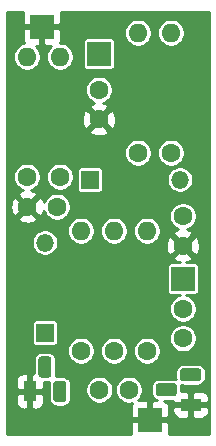
<source format=gbr>
G04 #@! TF.GenerationSoftware,KiCad,Pcbnew,(5.1.5)-3*
G04 #@! TF.CreationDate,2021-08-21T07:51:41-04:00*
G04 #@! TF.ProjectId,NoiseGen,4e6f6973-6547-4656-9e2e-6b696361645f,1*
G04 #@! TF.SameCoordinates,Original*
G04 #@! TF.FileFunction,Copper,L2,Bot*
G04 #@! TF.FilePolarity,Positive*
%FSLAX46Y46*%
G04 Gerber Fmt 4.6, Leading zero omitted, Abs format (unit mm)*
G04 Created by KiCad (PCBNEW (5.1.5)-3) date 2021-08-21 07:51:41*
%MOMM*%
%LPD*%
G04 APERTURE LIST*
%ADD10C,0.150000*%
%ADD11R,1.100000X1.800000*%
%ADD12R,1.800000X1.100000*%
%ADD13R,1.500000X1.500000*%
%ADD14O,1.500000X1.500000*%
%ADD15C,1.600000*%
%ADD16O,1.600000X1.600000*%
%ADD17R,2.000000X2.000000*%
%ADD18C,0.254000*%
G04 APERTURE END LIST*
G04 #@! TA.AperFunction,ComponentPad*
D10*
G36*
X60773955Y-65007724D02*
G01*
X60800650Y-65011684D01*
X60826828Y-65018241D01*
X60852238Y-65027333D01*
X60876634Y-65038872D01*
X60899782Y-65052746D01*
X60921458Y-65068822D01*
X60941454Y-65086946D01*
X60959578Y-65106942D01*
X60975654Y-65128618D01*
X60989528Y-65151766D01*
X61001067Y-65176162D01*
X61010159Y-65201572D01*
X61016716Y-65227750D01*
X61020676Y-65254445D01*
X61022000Y-65281400D01*
X61022000Y-66531400D01*
X61020676Y-66558355D01*
X61016716Y-66585050D01*
X61010159Y-66611228D01*
X61001067Y-66636638D01*
X60989528Y-66661034D01*
X60975654Y-66684182D01*
X60959578Y-66705858D01*
X60941454Y-66725854D01*
X60921458Y-66743978D01*
X60899782Y-66760054D01*
X60876634Y-66773928D01*
X60852238Y-66785467D01*
X60826828Y-66794559D01*
X60800650Y-66801116D01*
X60773955Y-66805076D01*
X60747000Y-66806400D01*
X60197000Y-66806400D01*
X60170045Y-66805076D01*
X60143350Y-66801116D01*
X60117172Y-66794559D01*
X60091762Y-66785467D01*
X60067366Y-66773928D01*
X60044218Y-66760054D01*
X60022542Y-66743978D01*
X60002546Y-66725854D01*
X59984422Y-66705858D01*
X59968346Y-66684182D01*
X59954472Y-66661034D01*
X59942933Y-66636638D01*
X59933841Y-66611228D01*
X59927284Y-66585050D01*
X59923324Y-66558355D01*
X59922000Y-66531400D01*
X59922000Y-65281400D01*
X59923324Y-65254445D01*
X59927284Y-65227750D01*
X59933841Y-65201572D01*
X59942933Y-65176162D01*
X59954472Y-65151766D01*
X59968346Y-65128618D01*
X59984422Y-65106942D01*
X60002546Y-65086946D01*
X60022542Y-65068822D01*
X60044218Y-65052746D01*
X60067366Y-65038872D01*
X60091762Y-65027333D01*
X60117172Y-65018241D01*
X60143350Y-65011684D01*
X60170045Y-65007724D01*
X60197000Y-65006400D01*
X60747000Y-65006400D01*
X60773955Y-65007724D01*
G37*
G04 #@! TD.AperFunction*
G04 #@! TA.AperFunction,ComponentPad*
G36*
X62043955Y-67077724D02*
G01*
X62070650Y-67081684D01*
X62096828Y-67088241D01*
X62122238Y-67097333D01*
X62146634Y-67108872D01*
X62169782Y-67122746D01*
X62191458Y-67138822D01*
X62211454Y-67156946D01*
X62229578Y-67176942D01*
X62245654Y-67198618D01*
X62259528Y-67221766D01*
X62271067Y-67246162D01*
X62280159Y-67271572D01*
X62286716Y-67297750D01*
X62290676Y-67324445D01*
X62292000Y-67351400D01*
X62292000Y-68601400D01*
X62290676Y-68628355D01*
X62286716Y-68655050D01*
X62280159Y-68681228D01*
X62271067Y-68706638D01*
X62259528Y-68731034D01*
X62245654Y-68754182D01*
X62229578Y-68775858D01*
X62211454Y-68795854D01*
X62191458Y-68813978D01*
X62169782Y-68830054D01*
X62146634Y-68843928D01*
X62122238Y-68855467D01*
X62096828Y-68864559D01*
X62070650Y-68871116D01*
X62043955Y-68875076D01*
X62017000Y-68876400D01*
X61467000Y-68876400D01*
X61440045Y-68875076D01*
X61413350Y-68871116D01*
X61387172Y-68864559D01*
X61361762Y-68855467D01*
X61337366Y-68843928D01*
X61314218Y-68830054D01*
X61292542Y-68813978D01*
X61272546Y-68795854D01*
X61254422Y-68775858D01*
X61238346Y-68754182D01*
X61224472Y-68731034D01*
X61212933Y-68706638D01*
X61203841Y-68681228D01*
X61197284Y-68655050D01*
X61193324Y-68628355D01*
X61192000Y-68601400D01*
X61192000Y-67351400D01*
X61193324Y-67324445D01*
X61197284Y-67297750D01*
X61203841Y-67271572D01*
X61212933Y-67246162D01*
X61224472Y-67221766D01*
X61238346Y-67198618D01*
X61254422Y-67176942D01*
X61272546Y-67156946D01*
X61292542Y-67138822D01*
X61314218Y-67122746D01*
X61337366Y-67108872D01*
X61361762Y-67097333D01*
X61387172Y-67088241D01*
X61413350Y-67081684D01*
X61440045Y-67077724D01*
X61467000Y-67076400D01*
X62017000Y-67076400D01*
X62043955Y-67077724D01*
G37*
G04 #@! TD.AperFunction*
D11*
X59202000Y-67976400D03*
D12*
X72810000Y-69100400D03*
G04 #@! TA.AperFunction,ComponentPad*
D10*
G36*
X73461955Y-66011724D02*
G01*
X73488650Y-66015684D01*
X73514828Y-66022241D01*
X73540238Y-66031333D01*
X73564634Y-66042872D01*
X73587782Y-66056746D01*
X73609458Y-66072822D01*
X73629454Y-66090946D01*
X73647578Y-66110942D01*
X73663654Y-66132618D01*
X73677528Y-66155766D01*
X73689067Y-66180162D01*
X73698159Y-66205572D01*
X73704716Y-66231750D01*
X73708676Y-66258445D01*
X73710000Y-66285400D01*
X73710000Y-66835400D01*
X73708676Y-66862355D01*
X73704716Y-66889050D01*
X73698159Y-66915228D01*
X73689067Y-66940638D01*
X73677528Y-66965034D01*
X73663654Y-66988182D01*
X73647578Y-67009858D01*
X73629454Y-67029854D01*
X73609458Y-67047978D01*
X73587782Y-67064054D01*
X73564634Y-67077928D01*
X73540238Y-67089467D01*
X73514828Y-67098559D01*
X73488650Y-67105116D01*
X73461955Y-67109076D01*
X73435000Y-67110400D01*
X72185000Y-67110400D01*
X72158045Y-67109076D01*
X72131350Y-67105116D01*
X72105172Y-67098559D01*
X72079762Y-67089467D01*
X72055366Y-67077928D01*
X72032218Y-67064054D01*
X72010542Y-67047978D01*
X71990546Y-67029854D01*
X71972422Y-67009858D01*
X71956346Y-66988182D01*
X71942472Y-66965034D01*
X71930933Y-66940638D01*
X71921841Y-66915228D01*
X71915284Y-66889050D01*
X71911324Y-66862355D01*
X71910000Y-66835400D01*
X71910000Y-66285400D01*
X71911324Y-66258445D01*
X71915284Y-66231750D01*
X71921841Y-66205572D01*
X71930933Y-66180162D01*
X71942472Y-66155766D01*
X71956346Y-66132618D01*
X71972422Y-66110942D01*
X71990546Y-66090946D01*
X72010542Y-66072822D01*
X72032218Y-66056746D01*
X72055366Y-66042872D01*
X72079762Y-66031333D01*
X72105172Y-66022241D01*
X72131350Y-66015684D01*
X72158045Y-66011724D01*
X72185000Y-66010400D01*
X73435000Y-66010400D01*
X73461955Y-66011724D01*
G37*
G04 #@! TD.AperFunction*
G04 #@! TA.AperFunction,ComponentPad*
G36*
X71391955Y-67281724D02*
G01*
X71418650Y-67285684D01*
X71444828Y-67292241D01*
X71470238Y-67301333D01*
X71494634Y-67312872D01*
X71517782Y-67326746D01*
X71539458Y-67342822D01*
X71559454Y-67360946D01*
X71577578Y-67380942D01*
X71593654Y-67402618D01*
X71607528Y-67425766D01*
X71619067Y-67450162D01*
X71628159Y-67475572D01*
X71634716Y-67501750D01*
X71638676Y-67528445D01*
X71640000Y-67555400D01*
X71640000Y-68105400D01*
X71638676Y-68132355D01*
X71634716Y-68159050D01*
X71628159Y-68185228D01*
X71619067Y-68210638D01*
X71607528Y-68235034D01*
X71593654Y-68258182D01*
X71577578Y-68279858D01*
X71559454Y-68299854D01*
X71539458Y-68317978D01*
X71517782Y-68334054D01*
X71494634Y-68347928D01*
X71470238Y-68359467D01*
X71444828Y-68368559D01*
X71418650Y-68375116D01*
X71391955Y-68379076D01*
X71365000Y-68380400D01*
X70115000Y-68380400D01*
X70088045Y-68379076D01*
X70061350Y-68375116D01*
X70035172Y-68368559D01*
X70009762Y-68359467D01*
X69985366Y-68347928D01*
X69962218Y-68334054D01*
X69940542Y-68317978D01*
X69920546Y-68299854D01*
X69902422Y-68279858D01*
X69886346Y-68258182D01*
X69872472Y-68235034D01*
X69860933Y-68210638D01*
X69851841Y-68185228D01*
X69845284Y-68159050D01*
X69841324Y-68132355D01*
X69840000Y-68105400D01*
X69840000Y-67555400D01*
X69841324Y-67528445D01*
X69845284Y-67501750D01*
X69851841Y-67475572D01*
X69860933Y-67450162D01*
X69872472Y-67425766D01*
X69886346Y-67402618D01*
X69902422Y-67380942D01*
X69920546Y-67360946D01*
X69940542Y-67342822D01*
X69962218Y-67326746D01*
X69985366Y-67312872D01*
X70009762Y-67301333D01*
X70035172Y-67292241D01*
X70061350Y-67285684D01*
X70088045Y-67281724D01*
X70115000Y-67280400D01*
X71365000Y-67280400D01*
X71391955Y-67281724D01*
G37*
G04 #@! TD.AperFunction*
D13*
X60472000Y-63004400D03*
D14*
X60472000Y-55384400D03*
X71902000Y-50050400D03*
D13*
X64282000Y-50050400D03*
D15*
X58948000Y-49796400D03*
D16*
X58948000Y-39636400D03*
X63520000Y-54368400D03*
D15*
X63520000Y-64528400D03*
D16*
X61742000Y-39636400D03*
D15*
X61742000Y-49796400D03*
D16*
X66314000Y-54368400D03*
D15*
X66314000Y-64528400D03*
X68346000Y-47764400D03*
D16*
X68346000Y-37604400D03*
D15*
X71140000Y-47764400D03*
D16*
X71140000Y-37604400D03*
D15*
X69108000Y-64528400D03*
D16*
X69108000Y-54368400D03*
D15*
X58988000Y-52336400D03*
X61488000Y-52336400D03*
X67584000Y-67830400D03*
X65084000Y-67830400D03*
X72156000Y-53138400D03*
X72156000Y-55638400D03*
X72156000Y-60972400D03*
X72156000Y-63472400D03*
X65044000Y-42430400D03*
X65044000Y-44930400D03*
D17*
X72156000Y-58432400D03*
X65044000Y-39382400D03*
X69362000Y-70370400D03*
X60218000Y-37096400D03*
D18*
G36*
X58592188Y-35971918D02*
G01*
X58579928Y-36096400D01*
X58583000Y-36810650D01*
X58741750Y-36969400D01*
X60091000Y-36969400D01*
X60091000Y-36949400D01*
X60345000Y-36949400D01*
X60345000Y-36969400D01*
X61694250Y-36969400D01*
X61853000Y-36810650D01*
X61856072Y-36096400D01*
X61843812Y-35971918D01*
X61818932Y-35889900D01*
X74378500Y-35889900D01*
X74378501Y-71576900D01*
X70962932Y-71576900D01*
X70987812Y-71494882D01*
X71000072Y-71370400D01*
X70997000Y-70656150D01*
X70838250Y-70497400D01*
X69489000Y-70497400D01*
X69489000Y-70517400D01*
X69235000Y-70517400D01*
X69235000Y-70497400D01*
X67885750Y-70497400D01*
X67727000Y-70656150D01*
X67723928Y-71370400D01*
X67736188Y-71494882D01*
X67761068Y-71576900D01*
X57233500Y-71576900D01*
X57233500Y-68876400D01*
X58013928Y-68876400D01*
X58026188Y-69000882D01*
X58062498Y-69120580D01*
X58121463Y-69230894D01*
X58200815Y-69327585D01*
X58297506Y-69406937D01*
X58407820Y-69465902D01*
X58527518Y-69502212D01*
X58652000Y-69514472D01*
X58916250Y-69511400D01*
X59075000Y-69352650D01*
X59075000Y-68103400D01*
X59329000Y-68103400D01*
X59329000Y-69352650D01*
X59487750Y-69511400D01*
X59752000Y-69514472D01*
X59876482Y-69502212D01*
X59996180Y-69465902D01*
X60106494Y-69406937D01*
X60203185Y-69327585D01*
X60282537Y-69230894D01*
X60341502Y-69120580D01*
X60377812Y-69000882D01*
X60390072Y-68876400D01*
X60387000Y-68262150D01*
X60228250Y-68103400D01*
X59329000Y-68103400D01*
X59075000Y-68103400D01*
X58175750Y-68103400D01*
X58017000Y-68262150D01*
X58013928Y-68876400D01*
X57233500Y-68876400D01*
X57233500Y-67076400D01*
X58013928Y-67076400D01*
X58017000Y-67690650D01*
X58175750Y-67849400D01*
X59075000Y-67849400D01*
X59075000Y-66600150D01*
X59329000Y-66600150D01*
X59329000Y-67849400D01*
X60228250Y-67849400D01*
X60387000Y-67690650D01*
X60389508Y-67189243D01*
X60747000Y-67189243D01*
X60834675Y-67180608D01*
X60821797Y-67223061D01*
X60809157Y-67351400D01*
X60809157Y-68601400D01*
X60821797Y-68729739D01*
X60859232Y-68853146D01*
X60920024Y-68966878D01*
X61001835Y-69066565D01*
X61101522Y-69148376D01*
X61215254Y-69209168D01*
X61338661Y-69246603D01*
X61467000Y-69259243D01*
X62017000Y-69259243D01*
X62145339Y-69246603D01*
X62268746Y-69209168D01*
X62382478Y-69148376D01*
X62482165Y-69066565D01*
X62563976Y-68966878D01*
X62624768Y-68853146D01*
X62662203Y-68729739D01*
X62674843Y-68601400D01*
X62674843Y-67714082D01*
X63903000Y-67714082D01*
X63903000Y-67946718D01*
X63948386Y-68174885D01*
X64037412Y-68389813D01*
X64166658Y-68583243D01*
X64331157Y-68747742D01*
X64524587Y-68876988D01*
X64739515Y-68966014D01*
X64967682Y-69011400D01*
X65200318Y-69011400D01*
X65428485Y-68966014D01*
X65643413Y-68876988D01*
X65836843Y-68747742D01*
X66001342Y-68583243D01*
X66130588Y-68389813D01*
X66219614Y-68174885D01*
X66265000Y-67946718D01*
X66265000Y-67714082D01*
X66403000Y-67714082D01*
X66403000Y-67946718D01*
X66448386Y-68174885D01*
X66537412Y-68389813D01*
X66666658Y-68583243D01*
X66831157Y-68747742D01*
X67024587Y-68876988D01*
X67239515Y-68966014D01*
X67467682Y-69011400D01*
X67700318Y-69011400D01*
X67861468Y-68979345D01*
X67831463Y-69015906D01*
X67772498Y-69126220D01*
X67736188Y-69245918D01*
X67723928Y-69370400D01*
X67727000Y-70084650D01*
X67885750Y-70243400D01*
X69235000Y-70243400D01*
X69235000Y-68894150D01*
X69076250Y-68735400D01*
X68362000Y-68732328D01*
X68351193Y-68733392D01*
X68501342Y-68583243D01*
X68630588Y-68389813D01*
X68719614Y-68174885D01*
X68765000Y-67946718D01*
X68765000Y-67714082D01*
X68733436Y-67555400D01*
X69457157Y-67555400D01*
X69457157Y-68105400D01*
X69469797Y-68233739D01*
X69507232Y-68357146D01*
X69568024Y-68470878D01*
X69649835Y-68570565D01*
X69749522Y-68652376D01*
X69863254Y-68713168D01*
X69932506Y-68734175D01*
X69647750Y-68735400D01*
X69489000Y-68894150D01*
X69489000Y-70243400D01*
X70838250Y-70243400D01*
X70997000Y-70084650D01*
X70998867Y-69650400D01*
X71271928Y-69650400D01*
X71284188Y-69774882D01*
X71320498Y-69894580D01*
X71379463Y-70004894D01*
X71458815Y-70101585D01*
X71555506Y-70180937D01*
X71665820Y-70239902D01*
X71785518Y-70276212D01*
X71910000Y-70288472D01*
X72524250Y-70285400D01*
X72683000Y-70126650D01*
X72683000Y-69227400D01*
X72937000Y-69227400D01*
X72937000Y-70126650D01*
X73095750Y-70285400D01*
X73710000Y-70288472D01*
X73834482Y-70276212D01*
X73954180Y-70239902D01*
X74064494Y-70180937D01*
X74161185Y-70101585D01*
X74240537Y-70004894D01*
X74299502Y-69894580D01*
X74335812Y-69774882D01*
X74348072Y-69650400D01*
X74345000Y-69386150D01*
X74186250Y-69227400D01*
X72937000Y-69227400D01*
X72683000Y-69227400D01*
X71433750Y-69227400D01*
X71275000Y-69386150D01*
X71271928Y-69650400D01*
X70998867Y-69650400D01*
X71000072Y-69370400D01*
X70987812Y-69245918D01*
X70951502Y-69126220D01*
X70892537Y-69015906D01*
X70813185Y-68919215D01*
X70716494Y-68839863D01*
X70606180Y-68780898D01*
X70547979Y-68763243D01*
X71274402Y-68763243D01*
X71275000Y-68814650D01*
X71433750Y-68973400D01*
X72683000Y-68973400D01*
X72683000Y-68074150D01*
X72937000Y-68074150D01*
X72937000Y-68973400D01*
X74186250Y-68973400D01*
X74345000Y-68814650D01*
X74348072Y-68550400D01*
X74335812Y-68425918D01*
X74299502Y-68306220D01*
X74240537Y-68195906D01*
X74161185Y-68099215D01*
X74064494Y-68019863D01*
X73954180Y-67960898D01*
X73834482Y-67924588D01*
X73710000Y-67912328D01*
X73095750Y-67915400D01*
X72937000Y-68074150D01*
X72683000Y-68074150D01*
X72524250Y-67915400D01*
X72022843Y-67912892D01*
X72022843Y-67555400D01*
X72014208Y-67467725D01*
X72056661Y-67480603D01*
X72185000Y-67493243D01*
X73435000Y-67493243D01*
X73563339Y-67480603D01*
X73686746Y-67443168D01*
X73800478Y-67382376D01*
X73900165Y-67300565D01*
X73981976Y-67200878D01*
X74042768Y-67087146D01*
X74080203Y-66963739D01*
X74092843Y-66835400D01*
X74092843Y-66285400D01*
X74080203Y-66157061D01*
X74042768Y-66033654D01*
X73981976Y-65919922D01*
X73900165Y-65820235D01*
X73800478Y-65738424D01*
X73686746Y-65677632D01*
X73563339Y-65640197D01*
X73435000Y-65627557D01*
X72185000Y-65627557D01*
X72056661Y-65640197D01*
X71933254Y-65677632D01*
X71819522Y-65738424D01*
X71719835Y-65820235D01*
X71638024Y-65919922D01*
X71577232Y-66033654D01*
X71539797Y-66157061D01*
X71527157Y-66285400D01*
X71527157Y-66835400D01*
X71535792Y-66923075D01*
X71493339Y-66910197D01*
X71365000Y-66897557D01*
X70115000Y-66897557D01*
X69986661Y-66910197D01*
X69863254Y-66947632D01*
X69749522Y-67008424D01*
X69649835Y-67090235D01*
X69568024Y-67189922D01*
X69507232Y-67303654D01*
X69469797Y-67427061D01*
X69457157Y-67555400D01*
X68733436Y-67555400D01*
X68719614Y-67485915D01*
X68630588Y-67270987D01*
X68501342Y-67077557D01*
X68336843Y-66913058D01*
X68143413Y-66783812D01*
X67928485Y-66694786D01*
X67700318Y-66649400D01*
X67467682Y-66649400D01*
X67239515Y-66694786D01*
X67024587Y-66783812D01*
X66831157Y-66913058D01*
X66666658Y-67077557D01*
X66537412Y-67270987D01*
X66448386Y-67485915D01*
X66403000Y-67714082D01*
X66265000Y-67714082D01*
X66219614Y-67485915D01*
X66130588Y-67270987D01*
X66001342Y-67077557D01*
X65836843Y-66913058D01*
X65643413Y-66783812D01*
X65428485Y-66694786D01*
X65200318Y-66649400D01*
X64967682Y-66649400D01*
X64739515Y-66694786D01*
X64524587Y-66783812D01*
X64331157Y-66913058D01*
X64166658Y-67077557D01*
X64037412Y-67270987D01*
X63948386Y-67485915D01*
X63903000Y-67714082D01*
X62674843Y-67714082D01*
X62674843Y-67351400D01*
X62662203Y-67223061D01*
X62624768Y-67099654D01*
X62563976Y-66985922D01*
X62482165Y-66886235D01*
X62382478Y-66804424D01*
X62268746Y-66743632D01*
X62145339Y-66706197D01*
X62017000Y-66693557D01*
X61467000Y-66693557D01*
X61379325Y-66702192D01*
X61392203Y-66659739D01*
X61404843Y-66531400D01*
X61404843Y-65281400D01*
X61392203Y-65153061D01*
X61354768Y-65029654D01*
X61293976Y-64915922D01*
X61212165Y-64816235D01*
X61112478Y-64734424D01*
X60998746Y-64673632D01*
X60875339Y-64636197D01*
X60747000Y-64623557D01*
X60197000Y-64623557D01*
X60068661Y-64636197D01*
X59945254Y-64673632D01*
X59831522Y-64734424D01*
X59731835Y-64816235D01*
X59650024Y-64915922D01*
X59589232Y-65029654D01*
X59551797Y-65153061D01*
X59539157Y-65281400D01*
X59539157Y-66440802D01*
X59487750Y-66441400D01*
X59329000Y-66600150D01*
X59075000Y-66600150D01*
X58916250Y-66441400D01*
X58652000Y-66438328D01*
X58527518Y-66450588D01*
X58407820Y-66486898D01*
X58297506Y-66545863D01*
X58200815Y-66625215D01*
X58121463Y-66721906D01*
X58062498Y-66832220D01*
X58026188Y-66951918D01*
X58013928Y-67076400D01*
X57233500Y-67076400D01*
X57233500Y-64412082D01*
X62339000Y-64412082D01*
X62339000Y-64644718D01*
X62384386Y-64872885D01*
X62473412Y-65087813D01*
X62602658Y-65281243D01*
X62767157Y-65445742D01*
X62960587Y-65574988D01*
X63175515Y-65664014D01*
X63403682Y-65709400D01*
X63636318Y-65709400D01*
X63864485Y-65664014D01*
X64079413Y-65574988D01*
X64272843Y-65445742D01*
X64437342Y-65281243D01*
X64566588Y-65087813D01*
X64655614Y-64872885D01*
X64701000Y-64644718D01*
X64701000Y-64412082D01*
X65133000Y-64412082D01*
X65133000Y-64644718D01*
X65178386Y-64872885D01*
X65267412Y-65087813D01*
X65396658Y-65281243D01*
X65561157Y-65445742D01*
X65754587Y-65574988D01*
X65969515Y-65664014D01*
X66197682Y-65709400D01*
X66430318Y-65709400D01*
X66658485Y-65664014D01*
X66873413Y-65574988D01*
X67066843Y-65445742D01*
X67231342Y-65281243D01*
X67360588Y-65087813D01*
X67449614Y-64872885D01*
X67495000Y-64644718D01*
X67495000Y-64412082D01*
X67927000Y-64412082D01*
X67927000Y-64644718D01*
X67972386Y-64872885D01*
X68061412Y-65087813D01*
X68190658Y-65281243D01*
X68355157Y-65445742D01*
X68548587Y-65574988D01*
X68763515Y-65664014D01*
X68991682Y-65709400D01*
X69224318Y-65709400D01*
X69452485Y-65664014D01*
X69667413Y-65574988D01*
X69860843Y-65445742D01*
X70025342Y-65281243D01*
X70154588Y-65087813D01*
X70243614Y-64872885D01*
X70289000Y-64644718D01*
X70289000Y-64412082D01*
X70243614Y-64183915D01*
X70154588Y-63968987D01*
X70025342Y-63775557D01*
X69860843Y-63611058D01*
X69667413Y-63481812D01*
X69452485Y-63392786D01*
X69267965Y-63356082D01*
X70975000Y-63356082D01*
X70975000Y-63588718D01*
X71020386Y-63816885D01*
X71109412Y-64031813D01*
X71238658Y-64225243D01*
X71403157Y-64389742D01*
X71596587Y-64518988D01*
X71811515Y-64608014D01*
X72039682Y-64653400D01*
X72272318Y-64653400D01*
X72500485Y-64608014D01*
X72715413Y-64518988D01*
X72908843Y-64389742D01*
X73073342Y-64225243D01*
X73202588Y-64031813D01*
X73291614Y-63816885D01*
X73337000Y-63588718D01*
X73337000Y-63356082D01*
X73291614Y-63127915D01*
X73202588Y-62912987D01*
X73073342Y-62719557D01*
X72908843Y-62555058D01*
X72715413Y-62425812D01*
X72500485Y-62336786D01*
X72272318Y-62291400D01*
X72039682Y-62291400D01*
X71811515Y-62336786D01*
X71596587Y-62425812D01*
X71403157Y-62555058D01*
X71238658Y-62719557D01*
X71109412Y-62912987D01*
X71020386Y-63127915D01*
X70975000Y-63356082D01*
X69267965Y-63356082D01*
X69224318Y-63347400D01*
X68991682Y-63347400D01*
X68763515Y-63392786D01*
X68548587Y-63481812D01*
X68355157Y-63611058D01*
X68190658Y-63775557D01*
X68061412Y-63968987D01*
X67972386Y-64183915D01*
X67927000Y-64412082D01*
X67495000Y-64412082D01*
X67449614Y-64183915D01*
X67360588Y-63968987D01*
X67231342Y-63775557D01*
X67066843Y-63611058D01*
X66873413Y-63481812D01*
X66658485Y-63392786D01*
X66430318Y-63347400D01*
X66197682Y-63347400D01*
X65969515Y-63392786D01*
X65754587Y-63481812D01*
X65561157Y-63611058D01*
X65396658Y-63775557D01*
X65267412Y-63968987D01*
X65178386Y-64183915D01*
X65133000Y-64412082D01*
X64701000Y-64412082D01*
X64655614Y-64183915D01*
X64566588Y-63968987D01*
X64437342Y-63775557D01*
X64272843Y-63611058D01*
X64079413Y-63481812D01*
X63864485Y-63392786D01*
X63636318Y-63347400D01*
X63403682Y-63347400D01*
X63175515Y-63392786D01*
X62960587Y-63481812D01*
X62767157Y-63611058D01*
X62602658Y-63775557D01*
X62473412Y-63968987D01*
X62384386Y-64183915D01*
X62339000Y-64412082D01*
X57233500Y-64412082D01*
X57233500Y-62254400D01*
X59339157Y-62254400D01*
X59339157Y-63754400D01*
X59346513Y-63829089D01*
X59368299Y-63900908D01*
X59403678Y-63967096D01*
X59451289Y-64025111D01*
X59509304Y-64072722D01*
X59575492Y-64108101D01*
X59647311Y-64129887D01*
X59722000Y-64137243D01*
X61222000Y-64137243D01*
X61296689Y-64129887D01*
X61368508Y-64108101D01*
X61434696Y-64072722D01*
X61492711Y-64025111D01*
X61540322Y-63967096D01*
X61575701Y-63900908D01*
X61597487Y-63829089D01*
X61604843Y-63754400D01*
X61604843Y-62254400D01*
X61597487Y-62179711D01*
X61575701Y-62107892D01*
X61540322Y-62041704D01*
X61492711Y-61983689D01*
X61434696Y-61936078D01*
X61368508Y-61900699D01*
X61296689Y-61878913D01*
X61222000Y-61871557D01*
X59722000Y-61871557D01*
X59647311Y-61878913D01*
X59575492Y-61900699D01*
X59509304Y-61936078D01*
X59451289Y-61983689D01*
X59403678Y-62041704D01*
X59368299Y-62107892D01*
X59346513Y-62179711D01*
X59339157Y-62254400D01*
X57233500Y-62254400D01*
X57233500Y-57432400D01*
X70773157Y-57432400D01*
X70773157Y-59432400D01*
X70780513Y-59507089D01*
X70802299Y-59578908D01*
X70837678Y-59645096D01*
X70885289Y-59703111D01*
X70943304Y-59750722D01*
X71009492Y-59786101D01*
X71081311Y-59807887D01*
X71156000Y-59815243D01*
X71919817Y-59815243D01*
X71811515Y-59836786D01*
X71596587Y-59925812D01*
X71403157Y-60055058D01*
X71238658Y-60219557D01*
X71109412Y-60412987D01*
X71020386Y-60627915D01*
X70975000Y-60856082D01*
X70975000Y-61088718D01*
X71020386Y-61316885D01*
X71109412Y-61531813D01*
X71238658Y-61725243D01*
X71403157Y-61889742D01*
X71596587Y-62018988D01*
X71811515Y-62108014D01*
X72039682Y-62153400D01*
X72272318Y-62153400D01*
X72500485Y-62108014D01*
X72715413Y-62018988D01*
X72908843Y-61889742D01*
X73073342Y-61725243D01*
X73202588Y-61531813D01*
X73291614Y-61316885D01*
X73337000Y-61088718D01*
X73337000Y-60856082D01*
X73291614Y-60627915D01*
X73202588Y-60412987D01*
X73073342Y-60219557D01*
X72908843Y-60055058D01*
X72715413Y-59925812D01*
X72500485Y-59836786D01*
X72392183Y-59815243D01*
X73156000Y-59815243D01*
X73230689Y-59807887D01*
X73302508Y-59786101D01*
X73368696Y-59750722D01*
X73426711Y-59703111D01*
X73474322Y-59645096D01*
X73509701Y-59578908D01*
X73531487Y-59507089D01*
X73538843Y-59432400D01*
X73538843Y-57432400D01*
X73531487Y-57357711D01*
X73509701Y-57285892D01*
X73474322Y-57219704D01*
X73426711Y-57161689D01*
X73368696Y-57114078D01*
X73302508Y-57078699D01*
X73230689Y-57056913D01*
X73156000Y-57049557D01*
X72422643Y-57049557D01*
X72506130Y-57037187D01*
X72772292Y-56942003D01*
X72897514Y-56875071D01*
X72969097Y-56631102D01*
X72156000Y-55818005D01*
X71342903Y-56631102D01*
X71414486Y-56875071D01*
X71669996Y-56995971D01*
X71883772Y-57049557D01*
X71156000Y-57049557D01*
X71081311Y-57056913D01*
X71009492Y-57078699D01*
X70943304Y-57114078D01*
X70885289Y-57161689D01*
X70837678Y-57219704D01*
X70802299Y-57285892D01*
X70780513Y-57357711D01*
X70773157Y-57432400D01*
X57233500Y-57432400D01*
X57233500Y-55273006D01*
X59341000Y-55273006D01*
X59341000Y-55495794D01*
X59384464Y-55714300D01*
X59469721Y-55920129D01*
X59593495Y-56105370D01*
X59751030Y-56262905D01*
X59936271Y-56386679D01*
X60142100Y-56471936D01*
X60360606Y-56515400D01*
X60583394Y-56515400D01*
X60801900Y-56471936D01*
X61007729Y-56386679D01*
X61192970Y-56262905D01*
X61350505Y-56105370D01*
X61474279Y-55920129D01*
X61559536Y-55714300D01*
X61560607Y-55708912D01*
X70715783Y-55708912D01*
X70757213Y-55988530D01*
X70852397Y-56254692D01*
X70919329Y-56379914D01*
X71163298Y-56451497D01*
X71976395Y-55638400D01*
X72335605Y-55638400D01*
X73148702Y-56451497D01*
X73392671Y-56379914D01*
X73513571Y-56124404D01*
X73582300Y-55850216D01*
X73596217Y-55567888D01*
X73554787Y-55288270D01*
X73459603Y-55022108D01*
X73392671Y-54896886D01*
X73148702Y-54825303D01*
X72335605Y-55638400D01*
X71976395Y-55638400D01*
X71163298Y-54825303D01*
X70919329Y-54896886D01*
X70798429Y-55152396D01*
X70729700Y-55426584D01*
X70715783Y-55708912D01*
X61560607Y-55708912D01*
X61603000Y-55495794D01*
X61603000Y-55273006D01*
X61559536Y-55054500D01*
X61474279Y-54848671D01*
X61350505Y-54663430D01*
X61192970Y-54505895D01*
X61007729Y-54382121D01*
X60801900Y-54296864D01*
X60583394Y-54253400D01*
X60360606Y-54253400D01*
X60142100Y-54296864D01*
X59936271Y-54382121D01*
X59751030Y-54505895D01*
X59593495Y-54663430D01*
X59469721Y-54848671D01*
X59384464Y-55054500D01*
X59341000Y-55273006D01*
X57233500Y-55273006D01*
X57233500Y-54252082D01*
X62339000Y-54252082D01*
X62339000Y-54484718D01*
X62384386Y-54712885D01*
X62473412Y-54927813D01*
X62602658Y-55121243D01*
X62767157Y-55285742D01*
X62960587Y-55414988D01*
X63175515Y-55504014D01*
X63403682Y-55549400D01*
X63636318Y-55549400D01*
X63864485Y-55504014D01*
X64079413Y-55414988D01*
X64272843Y-55285742D01*
X64437342Y-55121243D01*
X64566588Y-54927813D01*
X64655614Y-54712885D01*
X64701000Y-54484718D01*
X64701000Y-54252082D01*
X65133000Y-54252082D01*
X65133000Y-54484718D01*
X65178386Y-54712885D01*
X65267412Y-54927813D01*
X65396658Y-55121243D01*
X65561157Y-55285742D01*
X65754587Y-55414988D01*
X65969515Y-55504014D01*
X66197682Y-55549400D01*
X66430318Y-55549400D01*
X66658485Y-55504014D01*
X66873413Y-55414988D01*
X67066843Y-55285742D01*
X67231342Y-55121243D01*
X67360588Y-54927813D01*
X67449614Y-54712885D01*
X67495000Y-54484718D01*
X67495000Y-54252082D01*
X67927000Y-54252082D01*
X67927000Y-54484718D01*
X67972386Y-54712885D01*
X68061412Y-54927813D01*
X68190658Y-55121243D01*
X68355157Y-55285742D01*
X68548587Y-55414988D01*
X68763515Y-55504014D01*
X68991682Y-55549400D01*
X69224318Y-55549400D01*
X69452485Y-55504014D01*
X69667413Y-55414988D01*
X69860843Y-55285742D01*
X70025342Y-55121243D01*
X70154588Y-54927813D01*
X70243614Y-54712885D01*
X70289000Y-54484718D01*
X70289000Y-54252082D01*
X70243614Y-54023915D01*
X70154588Y-53808987D01*
X70025342Y-53615557D01*
X69860843Y-53451058D01*
X69667413Y-53321812D01*
X69452485Y-53232786D01*
X69224318Y-53187400D01*
X68991682Y-53187400D01*
X68763515Y-53232786D01*
X68548587Y-53321812D01*
X68355157Y-53451058D01*
X68190658Y-53615557D01*
X68061412Y-53808987D01*
X67972386Y-54023915D01*
X67927000Y-54252082D01*
X67495000Y-54252082D01*
X67449614Y-54023915D01*
X67360588Y-53808987D01*
X67231342Y-53615557D01*
X67066843Y-53451058D01*
X66873413Y-53321812D01*
X66658485Y-53232786D01*
X66430318Y-53187400D01*
X66197682Y-53187400D01*
X65969515Y-53232786D01*
X65754587Y-53321812D01*
X65561157Y-53451058D01*
X65396658Y-53615557D01*
X65267412Y-53808987D01*
X65178386Y-54023915D01*
X65133000Y-54252082D01*
X64701000Y-54252082D01*
X64655614Y-54023915D01*
X64566588Y-53808987D01*
X64437342Y-53615557D01*
X64272843Y-53451058D01*
X64079413Y-53321812D01*
X63864485Y-53232786D01*
X63636318Y-53187400D01*
X63403682Y-53187400D01*
X63175515Y-53232786D01*
X62960587Y-53321812D01*
X62767157Y-53451058D01*
X62602658Y-53615557D01*
X62473412Y-53808987D01*
X62384386Y-54023915D01*
X62339000Y-54252082D01*
X57233500Y-54252082D01*
X57233500Y-53329102D01*
X58174903Y-53329102D01*
X58246486Y-53573071D01*
X58501996Y-53693971D01*
X58776184Y-53762700D01*
X59058512Y-53776617D01*
X59338130Y-53735187D01*
X59604292Y-53640003D01*
X59729514Y-53573071D01*
X59801097Y-53329102D01*
X58988000Y-52516005D01*
X58174903Y-53329102D01*
X57233500Y-53329102D01*
X57233500Y-52406912D01*
X57547783Y-52406912D01*
X57589213Y-52686530D01*
X57684397Y-52952692D01*
X57751329Y-53077914D01*
X57995298Y-53149497D01*
X58808395Y-52336400D01*
X59167605Y-52336400D01*
X59980702Y-53149497D01*
X60224671Y-53077914D01*
X60345571Y-52822404D01*
X60370240Y-52723989D01*
X60441412Y-52895813D01*
X60570658Y-53089243D01*
X60735157Y-53253742D01*
X60928587Y-53382988D01*
X61143515Y-53472014D01*
X61371682Y-53517400D01*
X61604318Y-53517400D01*
X61832485Y-53472014D01*
X62047413Y-53382988D01*
X62240843Y-53253742D01*
X62405342Y-53089243D01*
X62450217Y-53022082D01*
X70975000Y-53022082D01*
X70975000Y-53254718D01*
X71020386Y-53482885D01*
X71109412Y-53697813D01*
X71238658Y-53891243D01*
X71403157Y-54055742D01*
X71596587Y-54184988D01*
X71764329Y-54254469D01*
X71539708Y-54334797D01*
X71414486Y-54401729D01*
X71342903Y-54645698D01*
X72156000Y-55458795D01*
X72969097Y-54645698D01*
X72897514Y-54401729D01*
X72642004Y-54280829D01*
X72543589Y-54256160D01*
X72715413Y-54184988D01*
X72908843Y-54055742D01*
X73073342Y-53891243D01*
X73202588Y-53697813D01*
X73291614Y-53482885D01*
X73337000Y-53254718D01*
X73337000Y-53022082D01*
X73291614Y-52793915D01*
X73202588Y-52578987D01*
X73073342Y-52385557D01*
X72908843Y-52221058D01*
X72715413Y-52091812D01*
X72500485Y-52002786D01*
X72272318Y-51957400D01*
X72039682Y-51957400D01*
X71811515Y-52002786D01*
X71596587Y-52091812D01*
X71403157Y-52221058D01*
X71238658Y-52385557D01*
X71109412Y-52578987D01*
X71020386Y-52793915D01*
X70975000Y-53022082D01*
X62450217Y-53022082D01*
X62534588Y-52895813D01*
X62623614Y-52680885D01*
X62669000Y-52452718D01*
X62669000Y-52220082D01*
X62623614Y-51991915D01*
X62534588Y-51776987D01*
X62405342Y-51583557D01*
X62240843Y-51419058D01*
X62047413Y-51289812D01*
X61832485Y-51200786D01*
X61604318Y-51155400D01*
X61371682Y-51155400D01*
X61143515Y-51200786D01*
X60928587Y-51289812D01*
X60735157Y-51419058D01*
X60570658Y-51583557D01*
X60441412Y-51776987D01*
X60371931Y-51944729D01*
X60291603Y-51720108D01*
X60224671Y-51594886D01*
X59980702Y-51523303D01*
X59167605Y-52336400D01*
X58808395Y-52336400D01*
X57995298Y-51523303D01*
X57751329Y-51594886D01*
X57630429Y-51850396D01*
X57561700Y-52124584D01*
X57547783Y-52406912D01*
X57233500Y-52406912D01*
X57233500Y-49680082D01*
X57767000Y-49680082D01*
X57767000Y-49912718D01*
X57812386Y-50140885D01*
X57901412Y-50355813D01*
X58030658Y-50549243D01*
X58195157Y-50713742D01*
X58388587Y-50842988D01*
X58603515Y-50932014D01*
X58635651Y-50938406D01*
X58371708Y-51032797D01*
X58246486Y-51099729D01*
X58174903Y-51343698D01*
X58988000Y-52156795D01*
X59801097Y-51343698D01*
X59729514Y-51099729D01*
X59474004Y-50978829D01*
X59289561Y-50932596D01*
X59292485Y-50932014D01*
X59507413Y-50842988D01*
X59700843Y-50713742D01*
X59865342Y-50549243D01*
X59994588Y-50355813D01*
X60083614Y-50140885D01*
X60129000Y-49912718D01*
X60129000Y-49680082D01*
X60561000Y-49680082D01*
X60561000Y-49912718D01*
X60606386Y-50140885D01*
X60695412Y-50355813D01*
X60824658Y-50549243D01*
X60989157Y-50713742D01*
X61182587Y-50842988D01*
X61397515Y-50932014D01*
X61625682Y-50977400D01*
X61858318Y-50977400D01*
X62086485Y-50932014D01*
X62301413Y-50842988D01*
X62494843Y-50713742D01*
X62659342Y-50549243D01*
X62788588Y-50355813D01*
X62877614Y-50140885D01*
X62923000Y-49912718D01*
X62923000Y-49680082D01*
X62877614Y-49451915D01*
X62814855Y-49300400D01*
X63149157Y-49300400D01*
X63149157Y-50800400D01*
X63156513Y-50875089D01*
X63178299Y-50946908D01*
X63213678Y-51013096D01*
X63261289Y-51071111D01*
X63319304Y-51118722D01*
X63385492Y-51154101D01*
X63457311Y-51175887D01*
X63532000Y-51183243D01*
X65032000Y-51183243D01*
X65106689Y-51175887D01*
X65178508Y-51154101D01*
X65244696Y-51118722D01*
X65302711Y-51071111D01*
X65350322Y-51013096D01*
X65385701Y-50946908D01*
X65407487Y-50875089D01*
X65414843Y-50800400D01*
X65414843Y-49939006D01*
X70771000Y-49939006D01*
X70771000Y-50161794D01*
X70814464Y-50380300D01*
X70899721Y-50586129D01*
X71023495Y-50771370D01*
X71181030Y-50928905D01*
X71366271Y-51052679D01*
X71572100Y-51137936D01*
X71790606Y-51181400D01*
X72013394Y-51181400D01*
X72231900Y-51137936D01*
X72437729Y-51052679D01*
X72622970Y-50928905D01*
X72780505Y-50771370D01*
X72904279Y-50586129D01*
X72989536Y-50380300D01*
X73033000Y-50161794D01*
X73033000Y-49939006D01*
X72989536Y-49720500D01*
X72904279Y-49514671D01*
X72780505Y-49329430D01*
X72622970Y-49171895D01*
X72437729Y-49048121D01*
X72231900Y-48962864D01*
X72013394Y-48919400D01*
X71790606Y-48919400D01*
X71572100Y-48962864D01*
X71366271Y-49048121D01*
X71181030Y-49171895D01*
X71023495Y-49329430D01*
X70899721Y-49514671D01*
X70814464Y-49720500D01*
X70771000Y-49939006D01*
X65414843Y-49939006D01*
X65414843Y-49300400D01*
X65407487Y-49225711D01*
X65385701Y-49153892D01*
X65350322Y-49087704D01*
X65302711Y-49029689D01*
X65244696Y-48982078D01*
X65178508Y-48946699D01*
X65106689Y-48924913D01*
X65032000Y-48917557D01*
X63532000Y-48917557D01*
X63457311Y-48924913D01*
X63385492Y-48946699D01*
X63319304Y-48982078D01*
X63261289Y-49029689D01*
X63213678Y-49087704D01*
X63178299Y-49153892D01*
X63156513Y-49225711D01*
X63149157Y-49300400D01*
X62814855Y-49300400D01*
X62788588Y-49236987D01*
X62659342Y-49043557D01*
X62494843Y-48879058D01*
X62301413Y-48749812D01*
X62086485Y-48660786D01*
X61858318Y-48615400D01*
X61625682Y-48615400D01*
X61397515Y-48660786D01*
X61182587Y-48749812D01*
X60989157Y-48879058D01*
X60824658Y-49043557D01*
X60695412Y-49236987D01*
X60606386Y-49451915D01*
X60561000Y-49680082D01*
X60129000Y-49680082D01*
X60083614Y-49451915D01*
X59994588Y-49236987D01*
X59865342Y-49043557D01*
X59700843Y-48879058D01*
X59507413Y-48749812D01*
X59292485Y-48660786D01*
X59064318Y-48615400D01*
X58831682Y-48615400D01*
X58603515Y-48660786D01*
X58388587Y-48749812D01*
X58195157Y-48879058D01*
X58030658Y-49043557D01*
X57901412Y-49236987D01*
X57812386Y-49451915D01*
X57767000Y-49680082D01*
X57233500Y-49680082D01*
X57233500Y-47648082D01*
X67165000Y-47648082D01*
X67165000Y-47880718D01*
X67210386Y-48108885D01*
X67299412Y-48323813D01*
X67428658Y-48517243D01*
X67593157Y-48681742D01*
X67786587Y-48810988D01*
X68001515Y-48900014D01*
X68229682Y-48945400D01*
X68462318Y-48945400D01*
X68690485Y-48900014D01*
X68905413Y-48810988D01*
X69098843Y-48681742D01*
X69263342Y-48517243D01*
X69392588Y-48323813D01*
X69481614Y-48108885D01*
X69527000Y-47880718D01*
X69527000Y-47648082D01*
X69959000Y-47648082D01*
X69959000Y-47880718D01*
X70004386Y-48108885D01*
X70093412Y-48323813D01*
X70222658Y-48517243D01*
X70387157Y-48681742D01*
X70580587Y-48810988D01*
X70795515Y-48900014D01*
X71023682Y-48945400D01*
X71256318Y-48945400D01*
X71484485Y-48900014D01*
X71699413Y-48810988D01*
X71892843Y-48681742D01*
X72057342Y-48517243D01*
X72186588Y-48323813D01*
X72275614Y-48108885D01*
X72321000Y-47880718D01*
X72321000Y-47648082D01*
X72275614Y-47419915D01*
X72186588Y-47204987D01*
X72057342Y-47011557D01*
X71892843Y-46847058D01*
X71699413Y-46717812D01*
X71484485Y-46628786D01*
X71256318Y-46583400D01*
X71023682Y-46583400D01*
X70795515Y-46628786D01*
X70580587Y-46717812D01*
X70387157Y-46847058D01*
X70222658Y-47011557D01*
X70093412Y-47204987D01*
X70004386Y-47419915D01*
X69959000Y-47648082D01*
X69527000Y-47648082D01*
X69481614Y-47419915D01*
X69392588Y-47204987D01*
X69263342Y-47011557D01*
X69098843Y-46847058D01*
X68905413Y-46717812D01*
X68690485Y-46628786D01*
X68462318Y-46583400D01*
X68229682Y-46583400D01*
X68001515Y-46628786D01*
X67786587Y-46717812D01*
X67593157Y-46847058D01*
X67428658Y-47011557D01*
X67299412Y-47204987D01*
X67210386Y-47419915D01*
X67165000Y-47648082D01*
X57233500Y-47648082D01*
X57233500Y-45923102D01*
X64230903Y-45923102D01*
X64302486Y-46167071D01*
X64557996Y-46287971D01*
X64832184Y-46356700D01*
X65114512Y-46370617D01*
X65394130Y-46329187D01*
X65660292Y-46234003D01*
X65785514Y-46167071D01*
X65857097Y-45923102D01*
X65044000Y-45110005D01*
X64230903Y-45923102D01*
X57233500Y-45923102D01*
X57233500Y-45000912D01*
X63603783Y-45000912D01*
X63645213Y-45280530D01*
X63740397Y-45546692D01*
X63807329Y-45671914D01*
X64051298Y-45743497D01*
X64864395Y-44930400D01*
X65223605Y-44930400D01*
X66036702Y-45743497D01*
X66280671Y-45671914D01*
X66401571Y-45416404D01*
X66470300Y-45142216D01*
X66484217Y-44859888D01*
X66442787Y-44580270D01*
X66347603Y-44314108D01*
X66280671Y-44188886D01*
X66036702Y-44117303D01*
X65223605Y-44930400D01*
X64864395Y-44930400D01*
X64051298Y-44117303D01*
X63807329Y-44188886D01*
X63686429Y-44444396D01*
X63617700Y-44718584D01*
X63603783Y-45000912D01*
X57233500Y-45000912D01*
X57233500Y-42314082D01*
X63863000Y-42314082D01*
X63863000Y-42546718D01*
X63908386Y-42774885D01*
X63997412Y-42989813D01*
X64126658Y-43183243D01*
X64291157Y-43347742D01*
X64484587Y-43476988D01*
X64652329Y-43546469D01*
X64427708Y-43626797D01*
X64302486Y-43693729D01*
X64230903Y-43937698D01*
X65044000Y-44750795D01*
X65857097Y-43937698D01*
X65785514Y-43693729D01*
X65530004Y-43572829D01*
X65431589Y-43548160D01*
X65603413Y-43476988D01*
X65796843Y-43347742D01*
X65961342Y-43183243D01*
X66090588Y-42989813D01*
X66179614Y-42774885D01*
X66225000Y-42546718D01*
X66225000Y-42314082D01*
X66179614Y-42085915D01*
X66090588Y-41870987D01*
X65961342Y-41677557D01*
X65796843Y-41513058D01*
X65603413Y-41383812D01*
X65388485Y-41294786D01*
X65160318Y-41249400D01*
X64927682Y-41249400D01*
X64699515Y-41294786D01*
X64484587Y-41383812D01*
X64291157Y-41513058D01*
X64126658Y-41677557D01*
X63997412Y-41870987D01*
X63908386Y-42085915D01*
X63863000Y-42314082D01*
X57233500Y-42314082D01*
X57233500Y-39520082D01*
X57767000Y-39520082D01*
X57767000Y-39752718D01*
X57812386Y-39980885D01*
X57901412Y-40195813D01*
X58030658Y-40389243D01*
X58195157Y-40553742D01*
X58388587Y-40682988D01*
X58603515Y-40772014D01*
X58831682Y-40817400D01*
X59064318Y-40817400D01*
X59292485Y-40772014D01*
X59507413Y-40682988D01*
X59700843Y-40553742D01*
X59865342Y-40389243D01*
X59994588Y-40195813D01*
X60083614Y-39980885D01*
X60129000Y-39752718D01*
X60129000Y-39520082D01*
X60083614Y-39291915D01*
X59994588Y-39076987D01*
X59865342Y-38883557D01*
X59714123Y-38732338D01*
X59932250Y-38731400D01*
X60091000Y-38572650D01*
X60091000Y-37223400D01*
X60345000Y-37223400D01*
X60345000Y-38572650D01*
X60503750Y-38731400D01*
X60974789Y-38733426D01*
X60824658Y-38883557D01*
X60695412Y-39076987D01*
X60606386Y-39291915D01*
X60561000Y-39520082D01*
X60561000Y-39752718D01*
X60606386Y-39980885D01*
X60695412Y-40195813D01*
X60824658Y-40389243D01*
X60989157Y-40553742D01*
X61182587Y-40682988D01*
X61397515Y-40772014D01*
X61625682Y-40817400D01*
X61858318Y-40817400D01*
X62086485Y-40772014D01*
X62301413Y-40682988D01*
X62494843Y-40553742D01*
X62659342Y-40389243D01*
X62788588Y-40195813D01*
X62877614Y-39980885D01*
X62923000Y-39752718D01*
X62923000Y-39520082D01*
X62877614Y-39291915D01*
X62788588Y-39076987D01*
X62659342Y-38883557D01*
X62494843Y-38719058D01*
X62301413Y-38589812D01*
X62086485Y-38500786D01*
X61858318Y-38455400D01*
X61744839Y-38455400D01*
X61748537Y-38450894D01*
X61785148Y-38382400D01*
X63661157Y-38382400D01*
X63661157Y-40382400D01*
X63668513Y-40457089D01*
X63690299Y-40528908D01*
X63725678Y-40595096D01*
X63773289Y-40653111D01*
X63831304Y-40700722D01*
X63897492Y-40736101D01*
X63969311Y-40757887D01*
X64044000Y-40765243D01*
X66044000Y-40765243D01*
X66118689Y-40757887D01*
X66190508Y-40736101D01*
X66256696Y-40700722D01*
X66314711Y-40653111D01*
X66362322Y-40595096D01*
X66397701Y-40528908D01*
X66419487Y-40457089D01*
X66426843Y-40382400D01*
X66426843Y-38382400D01*
X66419487Y-38307711D01*
X66397701Y-38235892D01*
X66362322Y-38169704D01*
X66314711Y-38111689D01*
X66256696Y-38064078D01*
X66190508Y-38028699D01*
X66118689Y-38006913D01*
X66044000Y-37999557D01*
X64044000Y-37999557D01*
X63969311Y-38006913D01*
X63897492Y-38028699D01*
X63831304Y-38064078D01*
X63773289Y-38111689D01*
X63725678Y-38169704D01*
X63690299Y-38235892D01*
X63668513Y-38307711D01*
X63661157Y-38382400D01*
X61785148Y-38382400D01*
X61807502Y-38340580D01*
X61843812Y-38220882D01*
X61856072Y-38096400D01*
X61853456Y-37488082D01*
X67165000Y-37488082D01*
X67165000Y-37720718D01*
X67210386Y-37948885D01*
X67299412Y-38163813D01*
X67428658Y-38357243D01*
X67593157Y-38521742D01*
X67786587Y-38650988D01*
X68001515Y-38740014D01*
X68229682Y-38785400D01*
X68462318Y-38785400D01*
X68690485Y-38740014D01*
X68905413Y-38650988D01*
X69098843Y-38521742D01*
X69263342Y-38357243D01*
X69392588Y-38163813D01*
X69481614Y-37948885D01*
X69527000Y-37720718D01*
X69527000Y-37488082D01*
X69959000Y-37488082D01*
X69959000Y-37720718D01*
X70004386Y-37948885D01*
X70093412Y-38163813D01*
X70222658Y-38357243D01*
X70387157Y-38521742D01*
X70580587Y-38650988D01*
X70795515Y-38740014D01*
X71023682Y-38785400D01*
X71256318Y-38785400D01*
X71484485Y-38740014D01*
X71699413Y-38650988D01*
X71892843Y-38521742D01*
X72057342Y-38357243D01*
X72186588Y-38163813D01*
X72275614Y-37948885D01*
X72321000Y-37720718D01*
X72321000Y-37488082D01*
X72275614Y-37259915D01*
X72186588Y-37044987D01*
X72057342Y-36851557D01*
X71892843Y-36687058D01*
X71699413Y-36557812D01*
X71484485Y-36468786D01*
X71256318Y-36423400D01*
X71023682Y-36423400D01*
X70795515Y-36468786D01*
X70580587Y-36557812D01*
X70387157Y-36687058D01*
X70222658Y-36851557D01*
X70093412Y-37044987D01*
X70004386Y-37259915D01*
X69959000Y-37488082D01*
X69527000Y-37488082D01*
X69481614Y-37259915D01*
X69392588Y-37044987D01*
X69263342Y-36851557D01*
X69098843Y-36687058D01*
X68905413Y-36557812D01*
X68690485Y-36468786D01*
X68462318Y-36423400D01*
X68229682Y-36423400D01*
X68001515Y-36468786D01*
X67786587Y-36557812D01*
X67593157Y-36687058D01*
X67428658Y-36851557D01*
X67299412Y-37044987D01*
X67210386Y-37259915D01*
X67165000Y-37488082D01*
X61853456Y-37488082D01*
X61853000Y-37382150D01*
X61694250Y-37223400D01*
X60345000Y-37223400D01*
X60091000Y-37223400D01*
X58741750Y-37223400D01*
X58583000Y-37382150D01*
X58579928Y-38096400D01*
X58592188Y-38220882D01*
X58628498Y-38340580D01*
X58687463Y-38450894D01*
X58710881Y-38479429D01*
X58603515Y-38500786D01*
X58388587Y-38589812D01*
X58195157Y-38719058D01*
X58030658Y-38883557D01*
X57901412Y-39076987D01*
X57812386Y-39291915D01*
X57767000Y-39520082D01*
X57233500Y-39520082D01*
X57233500Y-35889900D01*
X58617068Y-35889900D01*
X58592188Y-35971918D01*
G37*
X58592188Y-35971918D02*
X58579928Y-36096400D01*
X58583000Y-36810650D01*
X58741750Y-36969400D01*
X60091000Y-36969400D01*
X60091000Y-36949400D01*
X60345000Y-36949400D01*
X60345000Y-36969400D01*
X61694250Y-36969400D01*
X61853000Y-36810650D01*
X61856072Y-36096400D01*
X61843812Y-35971918D01*
X61818932Y-35889900D01*
X74378500Y-35889900D01*
X74378501Y-71576900D01*
X70962932Y-71576900D01*
X70987812Y-71494882D01*
X71000072Y-71370400D01*
X70997000Y-70656150D01*
X70838250Y-70497400D01*
X69489000Y-70497400D01*
X69489000Y-70517400D01*
X69235000Y-70517400D01*
X69235000Y-70497400D01*
X67885750Y-70497400D01*
X67727000Y-70656150D01*
X67723928Y-71370400D01*
X67736188Y-71494882D01*
X67761068Y-71576900D01*
X57233500Y-71576900D01*
X57233500Y-68876400D01*
X58013928Y-68876400D01*
X58026188Y-69000882D01*
X58062498Y-69120580D01*
X58121463Y-69230894D01*
X58200815Y-69327585D01*
X58297506Y-69406937D01*
X58407820Y-69465902D01*
X58527518Y-69502212D01*
X58652000Y-69514472D01*
X58916250Y-69511400D01*
X59075000Y-69352650D01*
X59075000Y-68103400D01*
X59329000Y-68103400D01*
X59329000Y-69352650D01*
X59487750Y-69511400D01*
X59752000Y-69514472D01*
X59876482Y-69502212D01*
X59996180Y-69465902D01*
X60106494Y-69406937D01*
X60203185Y-69327585D01*
X60282537Y-69230894D01*
X60341502Y-69120580D01*
X60377812Y-69000882D01*
X60390072Y-68876400D01*
X60387000Y-68262150D01*
X60228250Y-68103400D01*
X59329000Y-68103400D01*
X59075000Y-68103400D01*
X58175750Y-68103400D01*
X58017000Y-68262150D01*
X58013928Y-68876400D01*
X57233500Y-68876400D01*
X57233500Y-67076400D01*
X58013928Y-67076400D01*
X58017000Y-67690650D01*
X58175750Y-67849400D01*
X59075000Y-67849400D01*
X59075000Y-66600150D01*
X59329000Y-66600150D01*
X59329000Y-67849400D01*
X60228250Y-67849400D01*
X60387000Y-67690650D01*
X60389508Y-67189243D01*
X60747000Y-67189243D01*
X60834675Y-67180608D01*
X60821797Y-67223061D01*
X60809157Y-67351400D01*
X60809157Y-68601400D01*
X60821797Y-68729739D01*
X60859232Y-68853146D01*
X60920024Y-68966878D01*
X61001835Y-69066565D01*
X61101522Y-69148376D01*
X61215254Y-69209168D01*
X61338661Y-69246603D01*
X61467000Y-69259243D01*
X62017000Y-69259243D01*
X62145339Y-69246603D01*
X62268746Y-69209168D01*
X62382478Y-69148376D01*
X62482165Y-69066565D01*
X62563976Y-68966878D01*
X62624768Y-68853146D01*
X62662203Y-68729739D01*
X62674843Y-68601400D01*
X62674843Y-67714082D01*
X63903000Y-67714082D01*
X63903000Y-67946718D01*
X63948386Y-68174885D01*
X64037412Y-68389813D01*
X64166658Y-68583243D01*
X64331157Y-68747742D01*
X64524587Y-68876988D01*
X64739515Y-68966014D01*
X64967682Y-69011400D01*
X65200318Y-69011400D01*
X65428485Y-68966014D01*
X65643413Y-68876988D01*
X65836843Y-68747742D01*
X66001342Y-68583243D01*
X66130588Y-68389813D01*
X66219614Y-68174885D01*
X66265000Y-67946718D01*
X66265000Y-67714082D01*
X66403000Y-67714082D01*
X66403000Y-67946718D01*
X66448386Y-68174885D01*
X66537412Y-68389813D01*
X66666658Y-68583243D01*
X66831157Y-68747742D01*
X67024587Y-68876988D01*
X67239515Y-68966014D01*
X67467682Y-69011400D01*
X67700318Y-69011400D01*
X67861468Y-68979345D01*
X67831463Y-69015906D01*
X67772498Y-69126220D01*
X67736188Y-69245918D01*
X67723928Y-69370400D01*
X67727000Y-70084650D01*
X67885750Y-70243400D01*
X69235000Y-70243400D01*
X69235000Y-68894150D01*
X69076250Y-68735400D01*
X68362000Y-68732328D01*
X68351193Y-68733392D01*
X68501342Y-68583243D01*
X68630588Y-68389813D01*
X68719614Y-68174885D01*
X68765000Y-67946718D01*
X68765000Y-67714082D01*
X68733436Y-67555400D01*
X69457157Y-67555400D01*
X69457157Y-68105400D01*
X69469797Y-68233739D01*
X69507232Y-68357146D01*
X69568024Y-68470878D01*
X69649835Y-68570565D01*
X69749522Y-68652376D01*
X69863254Y-68713168D01*
X69932506Y-68734175D01*
X69647750Y-68735400D01*
X69489000Y-68894150D01*
X69489000Y-70243400D01*
X70838250Y-70243400D01*
X70997000Y-70084650D01*
X70998867Y-69650400D01*
X71271928Y-69650400D01*
X71284188Y-69774882D01*
X71320498Y-69894580D01*
X71379463Y-70004894D01*
X71458815Y-70101585D01*
X71555506Y-70180937D01*
X71665820Y-70239902D01*
X71785518Y-70276212D01*
X71910000Y-70288472D01*
X72524250Y-70285400D01*
X72683000Y-70126650D01*
X72683000Y-69227400D01*
X72937000Y-69227400D01*
X72937000Y-70126650D01*
X73095750Y-70285400D01*
X73710000Y-70288472D01*
X73834482Y-70276212D01*
X73954180Y-70239902D01*
X74064494Y-70180937D01*
X74161185Y-70101585D01*
X74240537Y-70004894D01*
X74299502Y-69894580D01*
X74335812Y-69774882D01*
X74348072Y-69650400D01*
X74345000Y-69386150D01*
X74186250Y-69227400D01*
X72937000Y-69227400D01*
X72683000Y-69227400D01*
X71433750Y-69227400D01*
X71275000Y-69386150D01*
X71271928Y-69650400D01*
X70998867Y-69650400D01*
X71000072Y-69370400D01*
X70987812Y-69245918D01*
X70951502Y-69126220D01*
X70892537Y-69015906D01*
X70813185Y-68919215D01*
X70716494Y-68839863D01*
X70606180Y-68780898D01*
X70547979Y-68763243D01*
X71274402Y-68763243D01*
X71275000Y-68814650D01*
X71433750Y-68973400D01*
X72683000Y-68973400D01*
X72683000Y-68074150D01*
X72937000Y-68074150D01*
X72937000Y-68973400D01*
X74186250Y-68973400D01*
X74345000Y-68814650D01*
X74348072Y-68550400D01*
X74335812Y-68425918D01*
X74299502Y-68306220D01*
X74240537Y-68195906D01*
X74161185Y-68099215D01*
X74064494Y-68019863D01*
X73954180Y-67960898D01*
X73834482Y-67924588D01*
X73710000Y-67912328D01*
X73095750Y-67915400D01*
X72937000Y-68074150D01*
X72683000Y-68074150D01*
X72524250Y-67915400D01*
X72022843Y-67912892D01*
X72022843Y-67555400D01*
X72014208Y-67467725D01*
X72056661Y-67480603D01*
X72185000Y-67493243D01*
X73435000Y-67493243D01*
X73563339Y-67480603D01*
X73686746Y-67443168D01*
X73800478Y-67382376D01*
X73900165Y-67300565D01*
X73981976Y-67200878D01*
X74042768Y-67087146D01*
X74080203Y-66963739D01*
X74092843Y-66835400D01*
X74092843Y-66285400D01*
X74080203Y-66157061D01*
X74042768Y-66033654D01*
X73981976Y-65919922D01*
X73900165Y-65820235D01*
X73800478Y-65738424D01*
X73686746Y-65677632D01*
X73563339Y-65640197D01*
X73435000Y-65627557D01*
X72185000Y-65627557D01*
X72056661Y-65640197D01*
X71933254Y-65677632D01*
X71819522Y-65738424D01*
X71719835Y-65820235D01*
X71638024Y-65919922D01*
X71577232Y-66033654D01*
X71539797Y-66157061D01*
X71527157Y-66285400D01*
X71527157Y-66835400D01*
X71535792Y-66923075D01*
X71493339Y-66910197D01*
X71365000Y-66897557D01*
X70115000Y-66897557D01*
X69986661Y-66910197D01*
X69863254Y-66947632D01*
X69749522Y-67008424D01*
X69649835Y-67090235D01*
X69568024Y-67189922D01*
X69507232Y-67303654D01*
X69469797Y-67427061D01*
X69457157Y-67555400D01*
X68733436Y-67555400D01*
X68719614Y-67485915D01*
X68630588Y-67270987D01*
X68501342Y-67077557D01*
X68336843Y-66913058D01*
X68143413Y-66783812D01*
X67928485Y-66694786D01*
X67700318Y-66649400D01*
X67467682Y-66649400D01*
X67239515Y-66694786D01*
X67024587Y-66783812D01*
X66831157Y-66913058D01*
X66666658Y-67077557D01*
X66537412Y-67270987D01*
X66448386Y-67485915D01*
X66403000Y-67714082D01*
X66265000Y-67714082D01*
X66219614Y-67485915D01*
X66130588Y-67270987D01*
X66001342Y-67077557D01*
X65836843Y-66913058D01*
X65643413Y-66783812D01*
X65428485Y-66694786D01*
X65200318Y-66649400D01*
X64967682Y-66649400D01*
X64739515Y-66694786D01*
X64524587Y-66783812D01*
X64331157Y-66913058D01*
X64166658Y-67077557D01*
X64037412Y-67270987D01*
X63948386Y-67485915D01*
X63903000Y-67714082D01*
X62674843Y-67714082D01*
X62674843Y-67351400D01*
X62662203Y-67223061D01*
X62624768Y-67099654D01*
X62563976Y-66985922D01*
X62482165Y-66886235D01*
X62382478Y-66804424D01*
X62268746Y-66743632D01*
X62145339Y-66706197D01*
X62017000Y-66693557D01*
X61467000Y-66693557D01*
X61379325Y-66702192D01*
X61392203Y-66659739D01*
X61404843Y-66531400D01*
X61404843Y-65281400D01*
X61392203Y-65153061D01*
X61354768Y-65029654D01*
X61293976Y-64915922D01*
X61212165Y-64816235D01*
X61112478Y-64734424D01*
X60998746Y-64673632D01*
X60875339Y-64636197D01*
X60747000Y-64623557D01*
X60197000Y-64623557D01*
X60068661Y-64636197D01*
X59945254Y-64673632D01*
X59831522Y-64734424D01*
X59731835Y-64816235D01*
X59650024Y-64915922D01*
X59589232Y-65029654D01*
X59551797Y-65153061D01*
X59539157Y-65281400D01*
X59539157Y-66440802D01*
X59487750Y-66441400D01*
X59329000Y-66600150D01*
X59075000Y-66600150D01*
X58916250Y-66441400D01*
X58652000Y-66438328D01*
X58527518Y-66450588D01*
X58407820Y-66486898D01*
X58297506Y-66545863D01*
X58200815Y-66625215D01*
X58121463Y-66721906D01*
X58062498Y-66832220D01*
X58026188Y-66951918D01*
X58013928Y-67076400D01*
X57233500Y-67076400D01*
X57233500Y-64412082D01*
X62339000Y-64412082D01*
X62339000Y-64644718D01*
X62384386Y-64872885D01*
X62473412Y-65087813D01*
X62602658Y-65281243D01*
X62767157Y-65445742D01*
X62960587Y-65574988D01*
X63175515Y-65664014D01*
X63403682Y-65709400D01*
X63636318Y-65709400D01*
X63864485Y-65664014D01*
X64079413Y-65574988D01*
X64272843Y-65445742D01*
X64437342Y-65281243D01*
X64566588Y-65087813D01*
X64655614Y-64872885D01*
X64701000Y-64644718D01*
X64701000Y-64412082D01*
X65133000Y-64412082D01*
X65133000Y-64644718D01*
X65178386Y-64872885D01*
X65267412Y-65087813D01*
X65396658Y-65281243D01*
X65561157Y-65445742D01*
X65754587Y-65574988D01*
X65969515Y-65664014D01*
X66197682Y-65709400D01*
X66430318Y-65709400D01*
X66658485Y-65664014D01*
X66873413Y-65574988D01*
X67066843Y-65445742D01*
X67231342Y-65281243D01*
X67360588Y-65087813D01*
X67449614Y-64872885D01*
X67495000Y-64644718D01*
X67495000Y-64412082D01*
X67927000Y-64412082D01*
X67927000Y-64644718D01*
X67972386Y-64872885D01*
X68061412Y-65087813D01*
X68190658Y-65281243D01*
X68355157Y-65445742D01*
X68548587Y-65574988D01*
X68763515Y-65664014D01*
X68991682Y-65709400D01*
X69224318Y-65709400D01*
X69452485Y-65664014D01*
X69667413Y-65574988D01*
X69860843Y-65445742D01*
X70025342Y-65281243D01*
X70154588Y-65087813D01*
X70243614Y-64872885D01*
X70289000Y-64644718D01*
X70289000Y-64412082D01*
X70243614Y-64183915D01*
X70154588Y-63968987D01*
X70025342Y-63775557D01*
X69860843Y-63611058D01*
X69667413Y-63481812D01*
X69452485Y-63392786D01*
X69267965Y-63356082D01*
X70975000Y-63356082D01*
X70975000Y-63588718D01*
X71020386Y-63816885D01*
X71109412Y-64031813D01*
X71238658Y-64225243D01*
X71403157Y-64389742D01*
X71596587Y-64518988D01*
X71811515Y-64608014D01*
X72039682Y-64653400D01*
X72272318Y-64653400D01*
X72500485Y-64608014D01*
X72715413Y-64518988D01*
X72908843Y-64389742D01*
X73073342Y-64225243D01*
X73202588Y-64031813D01*
X73291614Y-63816885D01*
X73337000Y-63588718D01*
X73337000Y-63356082D01*
X73291614Y-63127915D01*
X73202588Y-62912987D01*
X73073342Y-62719557D01*
X72908843Y-62555058D01*
X72715413Y-62425812D01*
X72500485Y-62336786D01*
X72272318Y-62291400D01*
X72039682Y-62291400D01*
X71811515Y-62336786D01*
X71596587Y-62425812D01*
X71403157Y-62555058D01*
X71238658Y-62719557D01*
X71109412Y-62912987D01*
X71020386Y-63127915D01*
X70975000Y-63356082D01*
X69267965Y-63356082D01*
X69224318Y-63347400D01*
X68991682Y-63347400D01*
X68763515Y-63392786D01*
X68548587Y-63481812D01*
X68355157Y-63611058D01*
X68190658Y-63775557D01*
X68061412Y-63968987D01*
X67972386Y-64183915D01*
X67927000Y-64412082D01*
X67495000Y-64412082D01*
X67449614Y-64183915D01*
X67360588Y-63968987D01*
X67231342Y-63775557D01*
X67066843Y-63611058D01*
X66873413Y-63481812D01*
X66658485Y-63392786D01*
X66430318Y-63347400D01*
X66197682Y-63347400D01*
X65969515Y-63392786D01*
X65754587Y-63481812D01*
X65561157Y-63611058D01*
X65396658Y-63775557D01*
X65267412Y-63968987D01*
X65178386Y-64183915D01*
X65133000Y-64412082D01*
X64701000Y-64412082D01*
X64655614Y-64183915D01*
X64566588Y-63968987D01*
X64437342Y-63775557D01*
X64272843Y-63611058D01*
X64079413Y-63481812D01*
X63864485Y-63392786D01*
X63636318Y-63347400D01*
X63403682Y-63347400D01*
X63175515Y-63392786D01*
X62960587Y-63481812D01*
X62767157Y-63611058D01*
X62602658Y-63775557D01*
X62473412Y-63968987D01*
X62384386Y-64183915D01*
X62339000Y-64412082D01*
X57233500Y-64412082D01*
X57233500Y-62254400D01*
X59339157Y-62254400D01*
X59339157Y-63754400D01*
X59346513Y-63829089D01*
X59368299Y-63900908D01*
X59403678Y-63967096D01*
X59451289Y-64025111D01*
X59509304Y-64072722D01*
X59575492Y-64108101D01*
X59647311Y-64129887D01*
X59722000Y-64137243D01*
X61222000Y-64137243D01*
X61296689Y-64129887D01*
X61368508Y-64108101D01*
X61434696Y-64072722D01*
X61492711Y-64025111D01*
X61540322Y-63967096D01*
X61575701Y-63900908D01*
X61597487Y-63829089D01*
X61604843Y-63754400D01*
X61604843Y-62254400D01*
X61597487Y-62179711D01*
X61575701Y-62107892D01*
X61540322Y-62041704D01*
X61492711Y-61983689D01*
X61434696Y-61936078D01*
X61368508Y-61900699D01*
X61296689Y-61878913D01*
X61222000Y-61871557D01*
X59722000Y-61871557D01*
X59647311Y-61878913D01*
X59575492Y-61900699D01*
X59509304Y-61936078D01*
X59451289Y-61983689D01*
X59403678Y-62041704D01*
X59368299Y-62107892D01*
X59346513Y-62179711D01*
X59339157Y-62254400D01*
X57233500Y-62254400D01*
X57233500Y-57432400D01*
X70773157Y-57432400D01*
X70773157Y-59432400D01*
X70780513Y-59507089D01*
X70802299Y-59578908D01*
X70837678Y-59645096D01*
X70885289Y-59703111D01*
X70943304Y-59750722D01*
X71009492Y-59786101D01*
X71081311Y-59807887D01*
X71156000Y-59815243D01*
X71919817Y-59815243D01*
X71811515Y-59836786D01*
X71596587Y-59925812D01*
X71403157Y-60055058D01*
X71238658Y-60219557D01*
X71109412Y-60412987D01*
X71020386Y-60627915D01*
X70975000Y-60856082D01*
X70975000Y-61088718D01*
X71020386Y-61316885D01*
X71109412Y-61531813D01*
X71238658Y-61725243D01*
X71403157Y-61889742D01*
X71596587Y-62018988D01*
X71811515Y-62108014D01*
X72039682Y-62153400D01*
X72272318Y-62153400D01*
X72500485Y-62108014D01*
X72715413Y-62018988D01*
X72908843Y-61889742D01*
X73073342Y-61725243D01*
X73202588Y-61531813D01*
X73291614Y-61316885D01*
X73337000Y-61088718D01*
X73337000Y-60856082D01*
X73291614Y-60627915D01*
X73202588Y-60412987D01*
X73073342Y-60219557D01*
X72908843Y-60055058D01*
X72715413Y-59925812D01*
X72500485Y-59836786D01*
X72392183Y-59815243D01*
X73156000Y-59815243D01*
X73230689Y-59807887D01*
X73302508Y-59786101D01*
X73368696Y-59750722D01*
X73426711Y-59703111D01*
X73474322Y-59645096D01*
X73509701Y-59578908D01*
X73531487Y-59507089D01*
X73538843Y-59432400D01*
X73538843Y-57432400D01*
X73531487Y-57357711D01*
X73509701Y-57285892D01*
X73474322Y-57219704D01*
X73426711Y-57161689D01*
X73368696Y-57114078D01*
X73302508Y-57078699D01*
X73230689Y-57056913D01*
X73156000Y-57049557D01*
X72422643Y-57049557D01*
X72506130Y-57037187D01*
X72772292Y-56942003D01*
X72897514Y-56875071D01*
X72969097Y-56631102D01*
X72156000Y-55818005D01*
X71342903Y-56631102D01*
X71414486Y-56875071D01*
X71669996Y-56995971D01*
X71883772Y-57049557D01*
X71156000Y-57049557D01*
X71081311Y-57056913D01*
X71009492Y-57078699D01*
X70943304Y-57114078D01*
X70885289Y-57161689D01*
X70837678Y-57219704D01*
X70802299Y-57285892D01*
X70780513Y-57357711D01*
X70773157Y-57432400D01*
X57233500Y-57432400D01*
X57233500Y-55273006D01*
X59341000Y-55273006D01*
X59341000Y-55495794D01*
X59384464Y-55714300D01*
X59469721Y-55920129D01*
X59593495Y-56105370D01*
X59751030Y-56262905D01*
X59936271Y-56386679D01*
X60142100Y-56471936D01*
X60360606Y-56515400D01*
X60583394Y-56515400D01*
X60801900Y-56471936D01*
X61007729Y-56386679D01*
X61192970Y-56262905D01*
X61350505Y-56105370D01*
X61474279Y-55920129D01*
X61559536Y-55714300D01*
X61560607Y-55708912D01*
X70715783Y-55708912D01*
X70757213Y-55988530D01*
X70852397Y-56254692D01*
X70919329Y-56379914D01*
X71163298Y-56451497D01*
X71976395Y-55638400D01*
X72335605Y-55638400D01*
X73148702Y-56451497D01*
X73392671Y-56379914D01*
X73513571Y-56124404D01*
X73582300Y-55850216D01*
X73596217Y-55567888D01*
X73554787Y-55288270D01*
X73459603Y-55022108D01*
X73392671Y-54896886D01*
X73148702Y-54825303D01*
X72335605Y-55638400D01*
X71976395Y-55638400D01*
X71163298Y-54825303D01*
X70919329Y-54896886D01*
X70798429Y-55152396D01*
X70729700Y-55426584D01*
X70715783Y-55708912D01*
X61560607Y-55708912D01*
X61603000Y-55495794D01*
X61603000Y-55273006D01*
X61559536Y-55054500D01*
X61474279Y-54848671D01*
X61350505Y-54663430D01*
X61192970Y-54505895D01*
X61007729Y-54382121D01*
X60801900Y-54296864D01*
X60583394Y-54253400D01*
X60360606Y-54253400D01*
X60142100Y-54296864D01*
X59936271Y-54382121D01*
X59751030Y-54505895D01*
X59593495Y-54663430D01*
X59469721Y-54848671D01*
X59384464Y-55054500D01*
X59341000Y-55273006D01*
X57233500Y-55273006D01*
X57233500Y-54252082D01*
X62339000Y-54252082D01*
X62339000Y-54484718D01*
X62384386Y-54712885D01*
X62473412Y-54927813D01*
X62602658Y-55121243D01*
X62767157Y-55285742D01*
X62960587Y-55414988D01*
X63175515Y-55504014D01*
X63403682Y-55549400D01*
X63636318Y-55549400D01*
X63864485Y-55504014D01*
X64079413Y-55414988D01*
X64272843Y-55285742D01*
X64437342Y-55121243D01*
X64566588Y-54927813D01*
X64655614Y-54712885D01*
X64701000Y-54484718D01*
X64701000Y-54252082D01*
X65133000Y-54252082D01*
X65133000Y-54484718D01*
X65178386Y-54712885D01*
X65267412Y-54927813D01*
X65396658Y-55121243D01*
X65561157Y-55285742D01*
X65754587Y-55414988D01*
X65969515Y-55504014D01*
X66197682Y-55549400D01*
X66430318Y-55549400D01*
X66658485Y-55504014D01*
X66873413Y-55414988D01*
X67066843Y-55285742D01*
X67231342Y-55121243D01*
X67360588Y-54927813D01*
X67449614Y-54712885D01*
X67495000Y-54484718D01*
X67495000Y-54252082D01*
X67927000Y-54252082D01*
X67927000Y-54484718D01*
X67972386Y-54712885D01*
X68061412Y-54927813D01*
X68190658Y-55121243D01*
X68355157Y-55285742D01*
X68548587Y-55414988D01*
X68763515Y-55504014D01*
X68991682Y-55549400D01*
X69224318Y-55549400D01*
X69452485Y-55504014D01*
X69667413Y-55414988D01*
X69860843Y-55285742D01*
X70025342Y-55121243D01*
X70154588Y-54927813D01*
X70243614Y-54712885D01*
X70289000Y-54484718D01*
X70289000Y-54252082D01*
X70243614Y-54023915D01*
X70154588Y-53808987D01*
X70025342Y-53615557D01*
X69860843Y-53451058D01*
X69667413Y-53321812D01*
X69452485Y-53232786D01*
X69224318Y-53187400D01*
X68991682Y-53187400D01*
X68763515Y-53232786D01*
X68548587Y-53321812D01*
X68355157Y-53451058D01*
X68190658Y-53615557D01*
X68061412Y-53808987D01*
X67972386Y-54023915D01*
X67927000Y-54252082D01*
X67495000Y-54252082D01*
X67449614Y-54023915D01*
X67360588Y-53808987D01*
X67231342Y-53615557D01*
X67066843Y-53451058D01*
X66873413Y-53321812D01*
X66658485Y-53232786D01*
X66430318Y-53187400D01*
X66197682Y-53187400D01*
X65969515Y-53232786D01*
X65754587Y-53321812D01*
X65561157Y-53451058D01*
X65396658Y-53615557D01*
X65267412Y-53808987D01*
X65178386Y-54023915D01*
X65133000Y-54252082D01*
X64701000Y-54252082D01*
X64655614Y-54023915D01*
X64566588Y-53808987D01*
X64437342Y-53615557D01*
X64272843Y-53451058D01*
X64079413Y-53321812D01*
X63864485Y-53232786D01*
X63636318Y-53187400D01*
X63403682Y-53187400D01*
X63175515Y-53232786D01*
X62960587Y-53321812D01*
X62767157Y-53451058D01*
X62602658Y-53615557D01*
X62473412Y-53808987D01*
X62384386Y-54023915D01*
X62339000Y-54252082D01*
X57233500Y-54252082D01*
X57233500Y-53329102D01*
X58174903Y-53329102D01*
X58246486Y-53573071D01*
X58501996Y-53693971D01*
X58776184Y-53762700D01*
X59058512Y-53776617D01*
X59338130Y-53735187D01*
X59604292Y-53640003D01*
X59729514Y-53573071D01*
X59801097Y-53329102D01*
X58988000Y-52516005D01*
X58174903Y-53329102D01*
X57233500Y-53329102D01*
X57233500Y-52406912D01*
X57547783Y-52406912D01*
X57589213Y-52686530D01*
X57684397Y-52952692D01*
X57751329Y-53077914D01*
X57995298Y-53149497D01*
X58808395Y-52336400D01*
X59167605Y-52336400D01*
X59980702Y-53149497D01*
X60224671Y-53077914D01*
X60345571Y-52822404D01*
X60370240Y-52723989D01*
X60441412Y-52895813D01*
X60570658Y-53089243D01*
X60735157Y-53253742D01*
X60928587Y-53382988D01*
X61143515Y-53472014D01*
X61371682Y-53517400D01*
X61604318Y-53517400D01*
X61832485Y-53472014D01*
X62047413Y-53382988D01*
X62240843Y-53253742D01*
X62405342Y-53089243D01*
X62450217Y-53022082D01*
X70975000Y-53022082D01*
X70975000Y-53254718D01*
X71020386Y-53482885D01*
X71109412Y-53697813D01*
X71238658Y-53891243D01*
X71403157Y-54055742D01*
X71596587Y-54184988D01*
X71764329Y-54254469D01*
X71539708Y-54334797D01*
X71414486Y-54401729D01*
X71342903Y-54645698D01*
X72156000Y-55458795D01*
X72969097Y-54645698D01*
X72897514Y-54401729D01*
X72642004Y-54280829D01*
X72543589Y-54256160D01*
X72715413Y-54184988D01*
X72908843Y-54055742D01*
X73073342Y-53891243D01*
X73202588Y-53697813D01*
X73291614Y-53482885D01*
X73337000Y-53254718D01*
X73337000Y-53022082D01*
X73291614Y-52793915D01*
X73202588Y-52578987D01*
X73073342Y-52385557D01*
X72908843Y-52221058D01*
X72715413Y-52091812D01*
X72500485Y-52002786D01*
X72272318Y-51957400D01*
X72039682Y-51957400D01*
X71811515Y-52002786D01*
X71596587Y-52091812D01*
X71403157Y-52221058D01*
X71238658Y-52385557D01*
X71109412Y-52578987D01*
X71020386Y-52793915D01*
X70975000Y-53022082D01*
X62450217Y-53022082D01*
X62534588Y-52895813D01*
X62623614Y-52680885D01*
X62669000Y-52452718D01*
X62669000Y-52220082D01*
X62623614Y-51991915D01*
X62534588Y-51776987D01*
X62405342Y-51583557D01*
X62240843Y-51419058D01*
X62047413Y-51289812D01*
X61832485Y-51200786D01*
X61604318Y-51155400D01*
X61371682Y-51155400D01*
X61143515Y-51200786D01*
X60928587Y-51289812D01*
X60735157Y-51419058D01*
X60570658Y-51583557D01*
X60441412Y-51776987D01*
X60371931Y-51944729D01*
X60291603Y-51720108D01*
X60224671Y-51594886D01*
X59980702Y-51523303D01*
X59167605Y-52336400D01*
X58808395Y-52336400D01*
X57995298Y-51523303D01*
X57751329Y-51594886D01*
X57630429Y-51850396D01*
X57561700Y-52124584D01*
X57547783Y-52406912D01*
X57233500Y-52406912D01*
X57233500Y-49680082D01*
X57767000Y-49680082D01*
X57767000Y-49912718D01*
X57812386Y-50140885D01*
X57901412Y-50355813D01*
X58030658Y-50549243D01*
X58195157Y-50713742D01*
X58388587Y-50842988D01*
X58603515Y-50932014D01*
X58635651Y-50938406D01*
X58371708Y-51032797D01*
X58246486Y-51099729D01*
X58174903Y-51343698D01*
X58988000Y-52156795D01*
X59801097Y-51343698D01*
X59729514Y-51099729D01*
X59474004Y-50978829D01*
X59289561Y-50932596D01*
X59292485Y-50932014D01*
X59507413Y-50842988D01*
X59700843Y-50713742D01*
X59865342Y-50549243D01*
X59994588Y-50355813D01*
X60083614Y-50140885D01*
X60129000Y-49912718D01*
X60129000Y-49680082D01*
X60561000Y-49680082D01*
X60561000Y-49912718D01*
X60606386Y-50140885D01*
X60695412Y-50355813D01*
X60824658Y-50549243D01*
X60989157Y-50713742D01*
X61182587Y-50842988D01*
X61397515Y-50932014D01*
X61625682Y-50977400D01*
X61858318Y-50977400D01*
X62086485Y-50932014D01*
X62301413Y-50842988D01*
X62494843Y-50713742D01*
X62659342Y-50549243D01*
X62788588Y-50355813D01*
X62877614Y-50140885D01*
X62923000Y-49912718D01*
X62923000Y-49680082D01*
X62877614Y-49451915D01*
X62814855Y-49300400D01*
X63149157Y-49300400D01*
X63149157Y-50800400D01*
X63156513Y-50875089D01*
X63178299Y-50946908D01*
X63213678Y-51013096D01*
X63261289Y-51071111D01*
X63319304Y-51118722D01*
X63385492Y-51154101D01*
X63457311Y-51175887D01*
X63532000Y-51183243D01*
X65032000Y-51183243D01*
X65106689Y-51175887D01*
X65178508Y-51154101D01*
X65244696Y-51118722D01*
X65302711Y-51071111D01*
X65350322Y-51013096D01*
X65385701Y-50946908D01*
X65407487Y-50875089D01*
X65414843Y-50800400D01*
X65414843Y-49939006D01*
X70771000Y-49939006D01*
X70771000Y-50161794D01*
X70814464Y-50380300D01*
X70899721Y-50586129D01*
X71023495Y-50771370D01*
X71181030Y-50928905D01*
X71366271Y-51052679D01*
X71572100Y-51137936D01*
X71790606Y-51181400D01*
X72013394Y-51181400D01*
X72231900Y-51137936D01*
X72437729Y-51052679D01*
X72622970Y-50928905D01*
X72780505Y-50771370D01*
X72904279Y-50586129D01*
X72989536Y-50380300D01*
X73033000Y-50161794D01*
X73033000Y-49939006D01*
X72989536Y-49720500D01*
X72904279Y-49514671D01*
X72780505Y-49329430D01*
X72622970Y-49171895D01*
X72437729Y-49048121D01*
X72231900Y-48962864D01*
X72013394Y-48919400D01*
X71790606Y-48919400D01*
X71572100Y-48962864D01*
X71366271Y-49048121D01*
X71181030Y-49171895D01*
X71023495Y-49329430D01*
X70899721Y-49514671D01*
X70814464Y-49720500D01*
X70771000Y-49939006D01*
X65414843Y-49939006D01*
X65414843Y-49300400D01*
X65407487Y-49225711D01*
X65385701Y-49153892D01*
X65350322Y-49087704D01*
X65302711Y-49029689D01*
X65244696Y-48982078D01*
X65178508Y-48946699D01*
X65106689Y-48924913D01*
X65032000Y-48917557D01*
X63532000Y-48917557D01*
X63457311Y-48924913D01*
X63385492Y-48946699D01*
X63319304Y-48982078D01*
X63261289Y-49029689D01*
X63213678Y-49087704D01*
X63178299Y-49153892D01*
X63156513Y-49225711D01*
X63149157Y-49300400D01*
X62814855Y-49300400D01*
X62788588Y-49236987D01*
X62659342Y-49043557D01*
X62494843Y-48879058D01*
X62301413Y-48749812D01*
X62086485Y-48660786D01*
X61858318Y-48615400D01*
X61625682Y-48615400D01*
X61397515Y-48660786D01*
X61182587Y-48749812D01*
X60989157Y-48879058D01*
X60824658Y-49043557D01*
X60695412Y-49236987D01*
X60606386Y-49451915D01*
X60561000Y-49680082D01*
X60129000Y-49680082D01*
X60083614Y-49451915D01*
X59994588Y-49236987D01*
X59865342Y-49043557D01*
X59700843Y-48879058D01*
X59507413Y-48749812D01*
X59292485Y-48660786D01*
X59064318Y-48615400D01*
X58831682Y-48615400D01*
X58603515Y-48660786D01*
X58388587Y-48749812D01*
X58195157Y-48879058D01*
X58030658Y-49043557D01*
X57901412Y-49236987D01*
X57812386Y-49451915D01*
X57767000Y-49680082D01*
X57233500Y-49680082D01*
X57233500Y-47648082D01*
X67165000Y-47648082D01*
X67165000Y-47880718D01*
X67210386Y-48108885D01*
X67299412Y-48323813D01*
X67428658Y-48517243D01*
X67593157Y-48681742D01*
X67786587Y-48810988D01*
X68001515Y-48900014D01*
X68229682Y-48945400D01*
X68462318Y-48945400D01*
X68690485Y-48900014D01*
X68905413Y-48810988D01*
X69098843Y-48681742D01*
X69263342Y-48517243D01*
X69392588Y-48323813D01*
X69481614Y-48108885D01*
X69527000Y-47880718D01*
X69527000Y-47648082D01*
X69959000Y-47648082D01*
X69959000Y-47880718D01*
X70004386Y-48108885D01*
X70093412Y-48323813D01*
X70222658Y-48517243D01*
X70387157Y-48681742D01*
X70580587Y-48810988D01*
X70795515Y-48900014D01*
X71023682Y-48945400D01*
X71256318Y-48945400D01*
X71484485Y-48900014D01*
X71699413Y-48810988D01*
X71892843Y-48681742D01*
X72057342Y-48517243D01*
X72186588Y-48323813D01*
X72275614Y-48108885D01*
X72321000Y-47880718D01*
X72321000Y-47648082D01*
X72275614Y-47419915D01*
X72186588Y-47204987D01*
X72057342Y-47011557D01*
X71892843Y-46847058D01*
X71699413Y-46717812D01*
X71484485Y-46628786D01*
X71256318Y-46583400D01*
X71023682Y-46583400D01*
X70795515Y-46628786D01*
X70580587Y-46717812D01*
X70387157Y-46847058D01*
X70222658Y-47011557D01*
X70093412Y-47204987D01*
X70004386Y-47419915D01*
X69959000Y-47648082D01*
X69527000Y-47648082D01*
X69481614Y-47419915D01*
X69392588Y-47204987D01*
X69263342Y-47011557D01*
X69098843Y-46847058D01*
X68905413Y-46717812D01*
X68690485Y-46628786D01*
X68462318Y-46583400D01*
X68229682Y-46583400D01*
X68001515Y-46628786D01*
X67786587Y-46717812D01*
X67593157Y-46847058D01*
X67428658Y-47011557D01*
X67299412Y-47204987D01*
X67210386Y-47419915D01*
X67165000Y-47648082D01*
X57233500Y-47648082D01*
X57233500Y-45923102D01*
X64230903Y-45923102D01*
X64302486Y-46167071D01*
X64557996Y-46287971D01*
X64832184Y-46356700D01*
X65114512Y-46370617D01*
X65394130Y-46329187D01*
X65660292Y-46234003D01*
X65785514Y-46167071D01*
X65857097Y-45923102D01*
X65044000Y-45110005D01*
X64230903Y-45923102D01*
X57233500Y-45923102D01*
X57233500Y-45000912D01*
X63603783Y-45000912D01*
X63645213Y-45280530D01*
X63740397Y-45546692D01*
X63807329Y-45671914D01*
X64051298Y-45743497D01*
X64864395Y-44930400D01*
X65223605Y-44930400D01*
X66036702Y-45743497D01*
X66280671Y-45671914D01*
X66401571Y-45416404D01*
X66470300Y-45142216D01*
X66484217Y-44859888D01*
X66442787Y-44580270D01*
X66347603Y-44314108D01*
X66280671Y-44188886D01*
X66036702Y-44117303D01*
X65223605Y-44930400D01*
X64864395Y-44930400D01*
X64051298Y-44117303D01*
X63807329Y-44188886D01*
X63686429Y-44444396D01*
X63617700Y-44718584D01*
X63603783Y-45000912D01*
X57233500Y-45000912D01*
X57233500Y-42314082D01*
X63863000Y-42314082D01*
X63863000Y-42546718D01*
X63908386Y-42774885D01*
X63997412Y-42989813D01*
X64126658Y-43183243D01*
X64291157Y-43347742D01*
X64484587Y-43476988D01*
X64652329Y-43546469D01*
X64427708Y-43626797D01*
X64302486Y-43693729D01*
X64230903Y-43937698D01*
X65044000Y-44750795D01*
X65857097Y-43937698D01*
X65785514Y-43693729D01*
X65530004Y-43572829D01*
X65431589Y-43548160D01*
X65603413Y-43476988D01*
X65796843Y-43347742D01*
X65961342Y-43183243D01*
X66090588Y-42989813D01*
X66179614Y-42774885D01*
X66225000Y-42546718D01*
X66225000Y-42314082D01*
X66179614Y-42085915D01*
X66090588Y-41870987D01*
X65961342Y-41677557D01*
X65796843Y-41513058D01*
X65603413Y-41383812D01*
X65388485Y-41294786D01*
X65160318Y-41249400D01*
X64927682Y-41249400D01*
X64699515Y-41294786D01*
X64484587Y-41383812D01*
X64291157Y-41513058D01*
X64126658Y-41677557D01*
X63997412Y-41870987D01*
X63908386Y-42085915D01*
X63863000Y-42314082D01*
X57233500Y-42314082D01*
X57233500Y-39520082D01*
X57767000Y-39520082D01*
X57767000Y-39752718D01*
X57812386Y-39980885D01*
X57901412Y-40195813D01*
X58030658Y-40389243D01*
X58195157Y-40553742D01*
X58388587Y-40682988D01*
X58603515Y-40772014D01*
X58831682Y-40817400D01*
X59064318Y-40817400D01*
X59292485Y-40772014D01*
X59507413Y-40682988D01*
X59700843Y-40553742D01*
X59865342Y-40389243D01*
X59994588Y-40195813D01*
X60083614Y-39980885D01*
X60129000Y-39752718D01*
X60129000Y-39520082D01*
X60083614Y-39291915D01*
X59994588Y-39076987D01*
X59865342Y-38883557D01*
X59714123Y-38732338D01*
X59932250Y-38731400D01*
X60091000Y-38572650D01*
X60091000Y-37223400D01*
X60345000Y-37223400D01*
X60345000Y-38572650D01*
X60503750Y-38731400D01*
X60974789Y-38733426D01*
X60824658Y-38883557D01*
X60695412Y-39076987D01*
X60606386Y-39291915D01*
X60561000Y-39520082D01*
X60561000Y-39752718D01*
X60606386Y-39980885D01*
X60695412Y-40195813D01*
X60824658Y-40389243D01*
X60989157Y-40553742D01*
X61182587Y-40682988D01*
X61397515Y-40772014D01*
X61625682Y-40817400D01*
X61858318Y-40817400D01*
X62086485Y-40772014D01*
X62301413Y-40682988D01*
X62494843Y-40553742D01*
X62659342Y-40389243D01*
X62788588Y-40195813D01*
X62877614Y-39980885D01*
X62923000Y-39752718D01*
X62923000Y-39520082D01*
X62877614Y-39291915D01*
X62788588Y-39076987D01*
X62659342Y-38883557D01*
X62494843Y-38719058D01*
X62301413Y-38589812D01*
X62086485Y-38500786D01*
X61858318Y-38455400D01*
X61744839Y-38455400D01*
X61748537Y-38450894D01*
X61785148Y-38382400D01*
X63661157Y-38382400D01*
X63661157Y-40382400D01*
X63668513Y-40457089D01*
X63690299Y-40528908D01*
X63725678Y-40595096D01*
X63773289Y-40653111D01*
X63831304Y-40700722D01*
X63897492Y-40736101D01*
X63969311Y-40757887D01*
X64044000Y-40765243D01*
X66044000Y-40765243D01*
X66118689Y-40757887D01*
X66190508Y-40736101D01*
X66256696Y-40700722D01*
X66314711Y-40653111D01*
X66362322Y-40595096D01*
X66397701Y-40528908D01*
X66419487Y-40457089D01*
X66426843Y-40382400D01*
X66426843Y-38382400D01*
X66419487Y-38307711D01*
X66397701Y-38235892D01*
X66362322Y-38169704D01*
X66314711Y-38111689D01*
X66256696Y-38064078D01*
X66190508Y-38028699D01*
X66118689Y-38006913D01*
X66044000Y-37999557D01*
X64044000Y-37999557D01*
X63969311Y-38006913D01*
X63897492Y-38028699D01*
X63831304Y-38064078D01*
X63773289Y-38111689D01*
X63725678Y-38169704D01*
X63690299Y-38235892D01*
X63668513Y-38307711D01*
X63661157Y-38382400D01*
X61785148Y-38382400D01*
X61807502Y-38340580D01*
X61843812Y-38220882D01*
X61856072Y-38096400D01*
X61853456Y-37488082D01*
X67165000Y-37488082D01*
X67165000Y-37720718D01*
X67210386Y-37948885D01*
X67299412Y-38163813D01*
X67428658Y-38357243D01*
X67593157Y-38521742D01*
X67786587Y-38650988D01*
X68001515Y-38740014D01*
X68229682Y-38785400D01*
X68462318Y-38785400D01*
X68690485Y-38740014D01*
X68905413Y-38650988D01*
X69098843Y-38521742D01*
X69263342Y-38357243D01*
X69392588Y-38163813D01*
X69481614Y-37948885D01*
X69527000Y-37720718D01*
X69527000Y-37488082D01*
X69959000Y-37488082D01*
X69959000Y-37720718D01*
X70004386Y-37948885D01*
X70093412Y-38163813D01*
X70222658Y-38357243D01*
X70387157Y-38521742D01*
X70580587Y-38650988D01*
X70795515Y-38740014D01*
X71023682Y-38785400D01*
X71256318Y-38785400D01*
X71484485Y-38740014D01*
X71699413Y-38650988D01*
X71892843Y-38521742D01*
X72057342Y-38357243D01*
X72186588Y-38163813D01*
X72275614Y-37948885D01*
X72321000Y-37720718D01*
X72321000Y-37488082D01*
X72275614Y-37259915D01*
X72186588Y-37044987D01*
X72057342Y-36851557D01*
X71892843Y-36687058D01*
X71699413Y-36557812D01*
X71484485Y-36468786D01*
X71256318Y-36423400D01*
X71023682Y-36423400D01*
X70795515Y-36468786D01*
X70580587Y-36557812D01*
X70387157Y-36687058D01*
X70222658Y-36851557D01*
X70093412Y-37044987D01*
X70004386Y-37259915D01*
X69959000Y-37488082D01*
X69527000Y-37488082D01*
X69481614Y-37259915D01*
X69392588Y-37044987D01*
X69263342Y-36851557D01*
X69098843Y-36687058D01*
X68905413Y-36557812D01*
X68690485Y-36468786D01*
X68462318Y-36423400D01*
X68229682Y-36423400D01*
X68001515Y-36468786D01*
X67786587Y-36557812D01*
X67593157Y-36687058D01*
X67428658Y-36851557D01*
X67299412Y-37044987D01*
X67210386Y-37259915D01*
X67165000Y-37488082D01*
X61853456Y-37488082D01*
X61853000Y-37382150D01*
X61694250Y-37223400D01*
X60345000Y-37223400D01*
X60091000Y-37223400D01*
X58741750Y-37223400D01*
X58583000Y-37382150D01*
X58579928Y-38096400D01*
X58592188Y-38220882D01*
X58628498Y-38340580D01*
X58687463Y-38450894D01*
X58710881Y-38479429D01*
X58603515Y-38500786D01*
X58388587Y-38589812D01*
X58195157Y-38719058D01*
X58030658Y-38883557D01*
X57901412Y-39076987D01*
X57812386Y-39291915D01*
X57767000Y-39520082D01*
X57233500Y-39520082D01*
X57233500Y-35889900D01*
X58617068Y-35889900D01*
X58592188Y-35971918D01*
M02*

</source>
